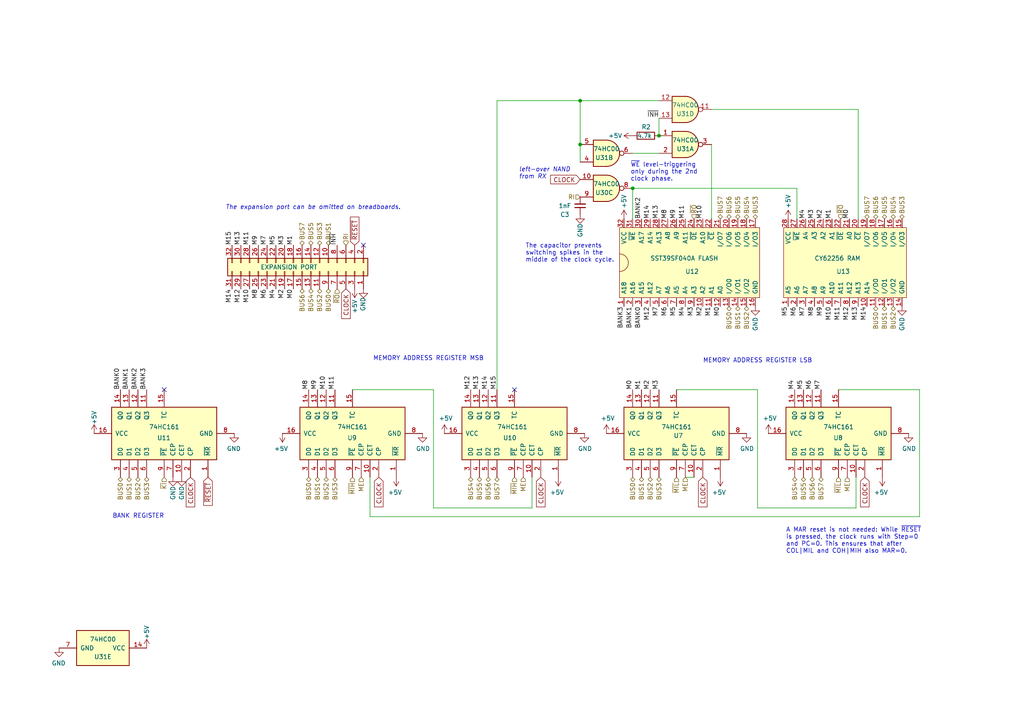
<source format=kicad_sch>
(kicad_sch (version 20211123) (generator eeschema)

  (uuid ac9d14d1-e008-45ac-b599-c8304f1fedd2)

  (paper "A4")

  (title_block
    (title "RAM, ROM and MAR")
    (date "2022-07-08")
    (rev "1.6.1")
    (comment 2 "creativecommons.org/licenses/by-nc-sa/3.0/deed.en")
    (comment 3 "License: CC BY-NC-SA 3.0")
    (comment 4 "Author: Carsten Herting (slu4)")
  )

  (lib_symbols
    (symbol "74xx:74HC00" (pin_names (offset 1.016)) (in_bom yes) (on_board yes)
      (property "Reference" "U" (id 0) (at 0 1.27 0)
        (effects (font (size 1.27 1.27)))
      )
      (property "Value" "74HC00" (id 1) (at 0 -1.27 0)
        (effects (font (size 1.27 1.27)))
      )
      (property "Footprint" "" (id 2) (at 0 0 0)
        (effects (font (size 1.27 1.27)) hide)
      )
      (property "Datasheet" "http://www.ti.com/lit/gpn/sn74hc00" (id 3) (at 0 0 0)
        (effects (font (size 1.27 1.27)) hide)
      )
      (property "ki_locked" "" (id 4) (at 0 0 0)
        (effects (font (size 1.27 1.27)))
      )
      (property "ki_keywords" "HCMOS nand 2-input" (id 5) (at 0 0 0)
        (effects (font (size 1.27 1.27)) hide)
      )
      (property "ki_description" "quad 2-input NAND gate" (id 6) (at 0 0 0)
        (effects (font (size 1.27 1.27)) hide)
      )
      (property "ki_fp_filters" "DIP*W7.62mm* SO14*" (id 7) (at 0 0 0)
        (effects (font (size 1.27 1.27)) hide)
      )
      (symbol "74HC00_1_1"
        (arc (start 0 -3.81) (mid 3.81 0) (end 0 3.81)
          (stroke (width 0.254) (type default) (color 0 0 0 0))
          (fill (type background))
        )
        (polyline
          (pts
            (xy 0 3.81)
            (xy -3.81 3.81)
            (xy -3.81 -3.81)
            (xy 0 -3.81)
          )
          (stroke (width 0.254) (type default) (color 0 0 0 0))
          (fill (type background))
        )
        (pin input line (at -7.62 2.54 0) (length 3.81)
          (name "~" (effects (font (size 1.27 1.27))))
          (number "1" (effects (font (size 1.27 1.27))))
        )
        (pin input line (at -7.62 -2.54 0) (length 3.81)
          (name "~" (effects (font (size 1.27 1.27))))
          (number "2" (effects (font (size 1.27 1.27))))
        )
        (pin output inverted (at 7.62 0 180) (length 3.81)
          (name "~" (effects (font (size 1.27 1.27))))
          (number "3" (effects (font (size 1.27 1.27))))
        )
      )
      (symbol "74HC00_1_2"
        (arc (start -3.81 -3.81) (mid -2.589 0) (end -3.81 3.81)
          (stroke (width 0.254) (type default) (color 0 0 0 0))
          (fill (type none))
        )
        (arc (start -0.6096 -3.81) (mid 2.1842 -2.5851) (end 3.81 0)
          (stroke (width 0.254) (type default) (color 0 0 0 0))
          (fill (type background))
        )
        (polyline
          (pts
            (xy -3.81 -3.81)
            (xy -0.635 -3.81)
          )
          (stroke (width 0.254) (type default) (color 0 0 0 0))
          (fill (type background))
        )
        (polyline
          (pts
            (xy -3.81 3.81)
            (xy -0.635 3.81)
          )
          (stroke (width 0.254) (type default) (color 0 0 0 0))
          (fill (type background))
        )
        (polyline
          (pts
            (xy -0.635 3.81)
            (xy -3.81 3.81)
            (xy -3.81 3.81)
            (xy -3.556 3.4036)
            (xy -3.0226 2.2606)
            (xy -2.6924 1.0414)
            (xy -2.6162 -0.254)
            (xy -2.7686 -1.4986)
            (xy -3.175 -2.7178)
            (xy -3.81 -3.81)
            (xy -3.81 -3.81)
            (xy -0.635 -3.81)
          )
          (stroke (width -25.4) (type default) (color 0 0 0 0))
          (fill (type background))
        )
        (arc (start 3.81 0) (mid 2.1915 2.5936) (end -0.6096 3.81)
          (stroke (width 0.254) (type default) (color 0 0 0 0))
          (fill (type background))
        )
        (pin input inverted (at -7.62 2.54 0) (length 4.318)
          (name "~" (effects (font (size 1.27 1.27))))
          (number "1" (effects (font (size 1.27 1.27))))
        )
        (pin input inverted (at -7.62 -2.54 0) (length 4.318)
          (name "~" (effects (font (size 1.27 1.27))))
          (number "2" (effects (font (size 1.27 1.27))))
        )
        (pin output line (at 7.62 0 180) (length 3.81)
          (name "~" (effects (font (size 1.27 1.27))))
          (number "3" (effects (font (size 1.27 1.27))))
        )
      )
      (symbol "74HC00_2_1"
        (arc (start 0 -3.81) (mid 3.81 0) (end 0 3.81)
          (stroke (width 0.254) (type default) (color 0 0 0 0))
          (fill (type background))
        )
        (polyline
          (pts
            (xy 0 3.81)
            (xy -3.81 3.81)
            (xy -3.81 -3.81)
            (xy 0 -3.81)
          )
          (stroke (width 0.254) (type default) (color 0 0 0 0))
          (fill (type background))
        )
        (pin input line (at -7.62 2.54 0) (length 3.81)
          (name "~" (effects (font (size 1.27 1.27))))
          (number "4" (effects (font (size 1.27 1.27))))
        )
        (pin input line (at -7.62 -2.54 0) (length 3.81)
          (name "~" (effects (font (size 1.27 1.27))))
          (number "5" (effects (font (size 1.27 1.27))))
        )
        (pin output inverted (at 7.62 0 180) (length 3.81)
          (name "~" (effects (font (size 1.27 1.27))))
          (number "6" (effects (font (size 1.27 1.27))))
        )
      )
      (symbol "74HC00_2_2"
        (arc (start -3.81 -3.81) (mid -2.589 0) (end -3.81 3.81)
          (stroke (width 0.254) (type default) (color 0 0 0 0))
          (fill (type none))
        )
        (arc (start -0.6096 -3.81) (mid 2.1842 -2.5851) (end 3.81 0)
          (stroke (width 0.254) (type default) (color 0 0 0 0))
          (fill (type background))
        )
        (polyline
          (pts
            (xy -3.81 -3.81)
            (xy -0.635 -3.81)
          )
          (stroke (width 0.254) (type default) (color 0 0 0 0))
          (fill (type background))
        )
        (polyline
          (pts
            (xy -3.81 3.81)
            (xy -0.635 3.81)
          )
          (stroke (width 0.254) (type default) (color 0 0 0 0))
          (fill (type background))
        )
        (polyline
          (pts
            (xy -0.635 3.81)
            (xy -3.81 3.81)
            (xy -3.81 3.81)
            (xy -3.556 3.4036)
            (xy -3.0226 2.2606)
            (xy -2.6924 1.0414)
            (xy -2.6162 -0.254)
            (xy -2.7686 -1.4986)
            (xy -3.175 -2.7178)
            (xy -3.81 -3.81)
            (xy -3.81 -3.81)
            (xy -0.635 -3.81)
          )
          (stroke (width -25.4) (type default) (color 0 0 0 0))
          (fill (type background))
        )
        (arc (start 3.81 0) (mid 2.1915 2.5936) (end -0.6096 3.81)
          (stroke (width 0.254) (type default) (color 0 0 0 0))
          (fill (type background))
        )
        (pin input inverted (at -7.62 2.54 0) (length 4.318)
          (name "~" (effects (font (size 1.27 1.27))))
          (number "4" (effects (font (size 1.27 1.27))))
        )
        (pin input inverted (at -7.62 -2.54 0) (length 4.318)
          (name "~" (effects (font (size 1.27 1.27))))
          (number "5" (effects (font (size 1.27 1.27))))
        )
        (pin output line (at 7.62 0 180) (length 3.81)
          (name "~" (effects (font (size 1.27 1.27))))
          (number "6" (effects (font (size 1.27 1.27))))
        )
      )
      (symbol "74HC00_3_1"
        (arc (start 0 -3.81) (mid 3.81 0) (end 0 3.81)
          (stroke (width 0.254) (type default) (color 0 0 0 0))
          (fill (type background))
        )
        (polyline
          (pts
            (xy 0 3.81)
            (xy -3.81 3.81)
            (xy -3.81 -3.81)
            (xy 0 -3.81)
          )
          (stroke (width 0.254) (type default) (color 0 0 0 0))
          (fill (type background))
        )
        (pin input line (at -7.62 -2.54 0) (length 3.81)
          (name "~" (effects (font (size 1.27 1.27))))
          (number "10" (effects (font (size 1.27 1.27))))
        )
        (pin output inverted (at 7.62 0 180) (length 3.81)
          (name "~" (effects (font (size 1.27 1.27))))
          (number "8" (effects (font (size 1.27 1.27))))
        )
        (pin input line (at -7.62 2.54 0) (length 3.81)
          (name "~" (effects (font (size 1.27 1.27))))
          (number "9" (effects (font (size 1.27 1.27))))
        )
      )
      (symbol "74HC00_3_2"
        (arc (start -3.81 -3.81) (mid -2.589 0) (end -3.81 3.81)
          (stroke (width 0.254) (type default) (color 0 0 0 0))
          (fill (type none))
        )
        (arc (start -0.6096 -3.81) (mid 2.1842 -2.5851) (end 3.81 0)
          (stroke (width 0.254) (type default) (color 0 0 0 0))
          (fill (type background))
        )
        (polyline
          (pts
            (xy -3.81 -3.81)
            (xy -0.635 -3.81)
          )
          (stroke (width 0.254) (type default) (color 0 0 0 0))
          (fill (type background))
        )
        (polyline
          (pts
            (xy -3.81 3.81)
            (xy -0.635 3.81)
          )
          (stroke (width 0.254) (type default) (color 0 0 0 0))
          (fill (type background))
        )
        (polyline
          (pts
            (xy -0.635 3.81)
            (xy -3.81 3.81)
            (xy -3.81 3.81)
            (xy -3.556 3.4036)
            (xy -3.0226 2.2606)
            (xy -2.6924 1.0414)
            (xy -2.6162 -0.254)
            (xy -2.7686 -1.4986)
            (xy -3.175 -2.7178)
            (xy -3.81 -3.81)
            (xy -3.81 -3.81)
            (xy -0.635 -3.81)
          )
          (stroke (width -25.4) (type default) (color 0 0 0 0))
          (fill (type background))
        )
        (arc (start 3.81 0) (mid 2.1915 2.5936) (end -0.6096 3.81)
          (stroke (width 0.254) (type default) (color 0 0 0 0))
          (fill (type background))
        )
        (pin input inverted (at -7.62 -2.54 0) (length 4.318)
          (name "~" (effects (font (size 1.27 1.27))))
          (number "10" (effects (font (size 1.27 1.27))))
        )
        (pin output line (at 7.62 0 180) (length 3.81)
          (name "~" (effects (font (size 1.27 1.27))))
          (number "8" (effects (font (size 1.27 1.27))))
        )
        (pin input inverted (at -7.62 2.54 0) (length 4.318)
          (name "~" (effects (font (size 1.27 1.27))))
          (number "9" (effects (font (size 1.27 1.27))))
        )
      )
      (symbol "74HC00_4_1"
        (arc (start 0 -3.81) (mid 3.81 0) (end 0 3.81)
          (stroke (width 0.254) (type default) (color 0 0 0 0))
          (fill (type background))
        )
        (polyline
          (pts
            (xy 0 3.81)
            (xy -3.81 3.81)
            (xy -3.81 -3.81)
            (xy 0 -3.81)
          )
          (stroke (width 0.254) (type default) (color 0 0 0 0))
          (fill (type background))
        )
        (pin output inverted (at 7.62 0 180) (length 3.81)
          (name "~" (effects (font (size 1.27 1.27))))
          (number "11" (effects (font (size 1.27 1.27))))
        )
        (pin input line (at -7.62 2.54 0) (length 3.81)
          (name "~" (effects (font (size 1.27 1.27))))
          (number "12" (effects (font (size 1.27 1.27))))
        )
        (pin input line (at -7.62 -2.54 0) (length 3.81)
          (name "~" (effects (font (size 1.27 1.27))))
          (number "13" (effects (font (size 1.27 1.27))))
        )
      )
      (symbol "74HC00_4_2"
        (arc (start -3.81 -3.81) (mid -2.589 0) (end -3.81 3.81)
          (stroke (width 0.254) (type default) (color 0 0 0 0))
          (fill (type none))
        )
        (arc (start -0.6096 -3.81) (mid 2.1842 -2.5851) (end 3.81 0)
          (stroke (width 0.254) (type default) (color 0 0 0 0))
          (fill (type background))
        )
        (polyline
          (pts
            (xy -3.81 -3.81)
            (xy -0.635 -3.81)
          )
          (stroke (width 0.254) (type default) (color 0 0 0 0))
          (fill (type background))
        )
        (polyline
          (pts
            (xy -3.81 3.81)
            (xy -0.635 3.81)
          )
          (stroke (width 0.254) (type default) (color 0 0 0 0))
          (fill (type background))
        )
        (polyline
          (pts
            (xy -0.635 3.81)
            (xy -3.81 3.81)
            (xy -3.81 3.81)
            (xy -3.556 3.4036)
            (xy -3.0226 2.2606)
            (xy -2.6924 1.0414)
            (xy -2.6162 -0.254)
            (xy -2.7686 -1.4986)
            (xy -3.175 -2.7178)
            (xy -3.81 -3.81)
            (xy -3.81 -3.81)
            (xy -0.635 -3.81)
          )
          (stroke (width -25.4) (type default) (color 0 0 0 0))
          (fill (type background))
        )
        (arc (start 3.81 0) (mid 2.1915 2.5936) (end -0.6096 3.81)
          (stroke (width 0.254) (type default) (color 0 0 0 0))
          (fill (type background))
        )
        (pin output line (at 7.62 0 180) (length 3.81)
          (name "~" (effects (font (size 1.27 1.27))))
          (number "11" (effects (font (size 1.27 1.27))))
        )
        (pin input inverted (at -7.62 2.54 0) (length 4.318)
          (name "~" (effects (font (size 1.27 1.27))))
          (number "12" (effects (font (size 1.27 1.27))))
        )
        (pin input inverted (at -7.62 -2.54 0) (length 4.318)
          (name "~" (effects (font (size 1.27 1.27))))
          (number "13" (effects (font (size 1.27 1.27))))
        )
      )
      (symbol "74HC00_5_0"
        (pin power_in line (at 0 12.7 270) (length 5.08)
          (name "VCC" (effects (font (size 1.27 1.27))))
          (number "14" (effects (font (size 1.27 1.27))))
        )
        (pin power_in line (at 0 -12.7 90) (length 5.08)
          (name "GND" (effects (font (size 1.27 1.27))))
          (number "7" (effects (font (size 1.27 1.27))))
        )
      )
      (symbol "74HC00_5_1"
        (rectangle (start -5.08 7.62) (end 5.08 -7.62)
          (stroke (width 0.254) (type default) (color 0 0 0 0))
          (fill (type background))
        )
      )
    )
    (symbol "8-Bit CPU 32k:74HC161" (pin_names (offset 1.016)) (in_bom yes) (on_board yes)
      (property "Reference" "U" (id 0) (at -7.62 16.51 0)
        (effects (font (size 1.27 1.27)))
      )
      (property "Value" "74HC161" (id 1) (at -7.62 -16.51 0)
        (effects (font (size 1.27 1.27)))
      )
      (property "Footprint" "" (id 2) (at 0 0 0)
        (effects (font (size 1.27 1.27)) hide)
      )
      (property "Datasheet" "http://www.ti.com/lit/gpn/sn74LS161" (id 3) (at 0 0 0)
        (effects (font (size 1.27 1.27)) hide)
      )
      (property "ki_locked" "" (id 4) (at 0 0 0)
        (effects (font (size 1.27 1.27)))
      )
      (property "ki_keywords" "TTL CNT CNT4" (id 5) (at 0 0 0)
        (effects (font (size 1.27 1.27)) hide)
      )
      (property "ki_description" "Synchronous 4-bit programmable binary Counter" (id 6) (at 0 0 0)
        (effects (font (size 1.27 1.27)) hide)
      )
      (property "ki_fp_filters" "DIP?16*" (id 7) (at 0 0 0)
        (effects (font (size 1.27 1.27)) hide)
      )
      (symbol "74HC161_1_0"
        (pin input line (at -12.7 -12.7 0) (length 5.08)
          (name "~{MR}" (effects (font (size 1.27 1.27))))
          (number "1" (effects (font (size 1.27 1.27))))
        )
        (pin input line (at -12.7 -5.08 0) (length 5.08)
          (name "CET" (effects (font (size 1.27 1.27))))
          (number "10" (effects (font (size 1.27 1.27))))
        )
        (pin output line (at 12.7 5.08 180) (length 5.08)
          (name "Q3" (effects (font (size 1.27 1.27))))
          (number "11" (effects (font (size 1.27 1.27))))
        )
        (pin output line (at 12.7 7.62 180) (length 5.08)
          (name "Q2" (effects (font (size 1.27 1.27))))
          (number "12" (effects (font (size 1.27 1.27))))
        )
        (pin output line (at 12.7 10.16 180) (length 5.08)
          (name "Q1" (effects (font (size 1.27 1.27))))
          (number "13" (effects (font (size 1.27 1.27))))
        )
        (pin output line (at 12.7 12.7 180) (length 5.08)
          (name "Q0" (effects (font (size 1.27 1.27))))
          (number "14" (effects (font (size 1.27 1.27))))
        )
        (pin output line (at 12.7 0 180) (length 5.08)
          (name "TC" (effects (font (size 1.27 1.27))))
          (number "15" (effects (font (size 1.27 1.27))))
        )
        (pin power_in line (at 0 20.32 270) (length 5.08)
          (name "VCC" (effects (font (size 1.27 1.27))))
          (number "16" (effects (font (size 1.27 1.27))))
        )
        (pin input line (at -12.7 -7.62 0) (length 5.08)
          (name "CP" (effects (font (size 1.27 1.27))))
          (number "2" (effects (font (size 1.27 1.27))))
        )
        (pin input line (at -12.7 12.7 0) (length 5.08)
          (name "D0" (effects (font (size 1.27 1.27))))
          (number "3" (effects (font (size 1.27 1.27))))
        )
        (pin input line (at -12.7 10.16 0) (length 5.08)
          (name "D1" (effects (font (size 1.27 1.27))))
          (number "4" (effects (font (size 1.27 1.27))))
        )
        (pin input line (at -12.7 7.62 0) (length 5.08)
          (name "D2" (effects (font (size 1.27 1.27))))
          (number "5" (effects (font (size 1.27 1.27))))
        )
        (pin input line (at -12.7 5.08 0) (length 5.08)
          (name "D3" (effects (font (size 1.27 1.27))))
          (number "6" (effects (font (size 1.27 1.27))))
        )
        (pin input line (at -12.7 -2.54 0) (length 5.08)
          (name "CEP" (effects (font (size 1.27 1.27))))
          (number "7" (effects (font (size 1.27 1.27))))
        )
        (pin power_in line (at 0 -20.32 90) (length 5.08)
          (name "GND" (effects (font (size 1.27 1.27))))
          (number "8" (effects (font (size 1.27 1.27))))
        )
        (pin input line (at -12.7 0 0) (length 5.08)
          (name "~{PE}" (effects (font (size 1.27 1.27))))
          (number "9" (effects (font (size 1.27 1.27))))
        )
      )
      (symbol "74HC161_1_1"
        (rectangle (start -7.62 15.24) (end 7.62 -15.24)
          (stroke (width 0.254) (type default) (color 0 0 0 0))
          (fill (type background))
        )
      )
    )
    (symbol "8-Bit CPU 32k:CY62256" (pin_names (offset 1.016)) (in_bom yes) (on_board yes)
      (property "Reference" "U" (id 0) (at -8.89 20.32 0)
        (effects (font (size 1.27 1.27)))
      )
      (property "Value" "CY62256" (id 1) (at 5.08 -17.78 0)
        (effects (font (size 1.27 1.27)))
      )
      (property "Footprint" "" (id 2) (at 0 0 0)
        (effects (font (size 1.27 1.27)) hide)
      )
      (property "Datasheet" "" (id 3) (at 0 0 0)
        (effects (font (size 1.27 1.27)) hide)
      )
      (symbol "CY62256_0_1"
        (rectangle (start -10.16 19.05) (end 10.16 -16.51)
          (stroke (width 0) (type default) (color 0 0 0 0))
          (fill (type background))
        )
      )
      (symbol "CY62256_1_1"
        (pin input line (at -12.7 17.78 0) (length 2.54)
          (name "A5" (effects (font (size 1.27 1.27))))
          (number "1" (effects (font (size 1.27 1.27))))
        )
        (pin input line (at -12.7 -5.08 0) (length 2.54)
          (name "A14" (effects (font (size 1.27 1.27))))
          (number "10" (effects (font (size 1.27 1.27))))
        )
        (pin bidirectional line (at -12.7 -7.62 0) (length 2.54)
          (name "I/O0" (effects (font (size 1.27 1.27))))
          (number "11" (effects (font (size 1.27 1.27))))
        )
        (pin bidirectional line (at -12.7 -10.16 0) (length 2.54)
          (name "I/O1" (effects (font (size 1.27 1.27))))
          (number "12" (effects (font (size 1.27 1.27))))
        )
        (pin bidirectional line (at -12.7 -12.7 0) (length 2.54)
          (name "I/O2" (effects (font (size 1.27 1.27))))
          (number "13" (effects (font (size 1.27 1.27))))
        )
        (pin power_in line (at -12.7 -15.24 0) (length 2.54)
          (name "GND" (effects (font (size 1.27 1.27))))
          (number "14" (effects (font (size 1.27 1.27))))
        )
        (pin bidirectional line (at 12.7 -15.24 180) (length 2.54)
          (name "I/O3" (effects (font (size 1.27 1.27))))
          (number "15" (effects (font (size 1.27 1.27))))
        )
        (pin bidirectional line (at 12.7 -12.7 180) (length 2.54)
          (name "I/O4" (effects (font (size 1.27 1.27))))
          (number "16" (effects (font (size 1.27 1.27))))
        )
        (pin bidirectional line (at 12.7 -10.16 180) (length 2.54)
          (name "I/O5" (effects (font (size 1.27 1.27))))
          (number "17" (effects (font (size 1.27 1.27))))
        )
        (pin bidirectional line (at 12.7 -7.62 180) (length 2.54)
          (name "I/O6" (effects (font (size 1.27 1.27))))
          (number "18" (effects (font (size 1.27 1.27))))
        )
        (pin bidirectional line (at 12.7 -5.08 180) (length 2.54)
          (name "I/O7" (effects (font (size 1.27 1.27))))
          (number "19" (effects (font (size 1.27 1.27))))
        )
        (pin input line (at -12.7 15.24 0) (length 2.54)
          (name "A6" (effects (font (size 1.27 1.27))))
          (number "2" (effects (font (size 1.27 1.27))))
        )
        (pin input line (at 12.7 -2.54 180) (length 2.54)
          (name "~{CE}" (effects (font (size 1.27 1.27))))
          (number "20" (effects (font (size 1.27 1.27))))
        )
        (pin input line (at 12.7 0 180) (length 2.54)
          (name "A0" (effects (font (size 1.27 1.27))))
          (number "21" (effects (font (size 1.27 1.27))))
        )
        (pin input line (at 12.7 2.54 180) (length 2.54)
          (name "~{OE}" (effects (font (size 1.27 1.27))))
          (number "22" (effects (font (size 1.27 1.27))))
        )
        (pin input line (at 12.7 5.08 180) (length 2.54)
          (name "A1" (effects (font (size 1.27 1.27))))
          (number "23" (effects (font (size 1.27 1.27))))
        )
        (pin input line (at 12.7 7.62 180) (length 2.54)
          (name "A2" (effects (font (size 1.27 1.27))))
          (number "24" (effects (font (size 1.27 1.27))))
        )
        (pin input line (at 12.7 10.16 180) (length 2.54)
          (name "A3" (effects (font (size 1.27 1.27))))
          (number "25" (effects (font (size 1.27 1.27))))
        )
        (pin input line (at 12.7 12.7 180) (length 2.54)
          (name "A4" (effects (font (size 1.27 1.27))))
          (number "26" (effects (font (size 1.27 1.27))))
        )
        (pin input line (at 12.7 15.24 180) (length 2.54)
          (name "~{WE}" (effects (font (size 1.27 1.27))))
          (number "27" (effects (font (size 1.27 1.27))))
        )
        (pin power_in line (at 12.7 17.78 180) (length 2.54)
          (name "VCC" (effects (font (size 1.27 1.27))))
          (number "28" (effects (font (size 1.27 1.27))))
        )
        (pin input line (at -12.7 12.7 0) (length 2.54)
          (name "A7" (effects (font (size 1.27 1.27))))
          (number "3" (effects (font (size 1.27 1.27))))
        )
        (pin input line (at -12.7 10.16 0) (length 2.54)
          (name "A8" (effects (font (size 1.27 1.27))))
          (number "4" (effects (font (size 1.27 1.27))))
        )
        (pin input line (at -12.7 7.62 0) (length 2.54)
          (name "A9" (effects (font (size 1.27 1.27))))
          (number "5" (effects (font (size 1.27 1.27))))
        )
        (pin input line (at -12.7 5.08 0) (length 2.54)
          (name "A10" (effects (font (size 1.27 1.27))))
          (number "6" (effects (font (size 1.27 1.27))))
        )
        (pin input line (at -12.7 2.54 0) (length 2.54)
          (name "A11" (effects (font (size 1.27 1.27))))
          (number "7" (effects (font (size 1.27 1.27))))
        )
        (pin input line (at -12.7 0 0) (length 2.54)
          (name "A12" (effects (font (size 1.27 1.27))))
          (number "8" (effects (font (size 1.27 1.27))))
        )
        (pin input line (at -12.7 -2.54 0) (length 2.54)
          (name "A13" (effects (font (size 1.27 1.27))))
          (number "9" (effects (font (size 1.27 1.27))))
        )
      )
    )
    (symbol "8-Bit CPU 32k:SST39SF040A" (pin_names (offset 1.016)) (in_bom yes) (on_board yes)
      (property "Reference" "U" (id 0) (at -1.27 2.54 90)
        (effects (font (size 1.27 1.27)))
      )
      (property "Value" "SST39SF040A" (id 1) (at 2.54 2.54 90)
        (effects (font (size 1.27 1.27)))
      )
      (property "Footprint" "" (id 2) (at 0 0 0)
        (effects (font (size 1.27 1.27)) hide)
      )
      (property "Datasheet" "" (id 3) (at 0 0 0)
        (effects (font (size 1.27 1.27)) hide)
      )
      (symbol "SST39SF040A_0_1"
        (rectangle (start -10.16 24.13) (end 10.16 -16.51)
          (stroke (width 0) (type default) (color 0 0 0 0))
          (fill (type background))
        )
        (arc (start -2.54 24.13) (mid 0 21.59) (end 2.54 24.13)
          (stroke (width 0) (type default) (color 0 0 0 0))
          (fill (type none))
        )
      )
      (symbol "SST39SF040A_1_1"
        (pin input line (at -12.7 22.86 0) (length 2.54)
          (name "A18" (effects (font (size 1.27 1.27))))
          (number "1" (effects (font (size 1.27 1.27))))
        )
        (pin input line (at -12.7 0 0) (length 2.54)
          (name "A2" (effects (font (size 1.27 1.27))))
          (number "10" (effects (font (size 1.27 1.27))))
        )
        (pin input line (at -12.7 -2.54 0) (length 2.54)
          (name "A1" (effects (font (size 1.27 1.27))))
          (number "11" (effects (font (size 1.27 1.27))))
        )
        (pin input line (at -12.7 -5.08 0) (length 2.54)
          (name "A0" (effects (font (size 1.27 1.27))))
          (number "12" (effects (font (size 1.27 1.27))))
        )
        (pin bidirectional line (at -12.7 -7.62 0) (length 2.54)
          (name "I/O0" (effects (font (size 1.27 1.27))))
          (number "13" (effects (font (size 1.27 1.27))))
        )
        (pin bidirectional line (at -12.7 -10.16 0) (length 2.54)
          (name "I/O1" (effects (font (size 1.27 1.27))))
          (number "14" (effects (font (size 1.27 1.27))))
        )
        (pin bidirectional line (at -12.7 -12.7 0) (length 2.54)
          (name "I/O2" (effects (font (size 1.27 1.27))))
          (number "15" (effects (font (size 1.27 1.27))))
        )
        (pin power_in line (at -12.7 -15.24 0) (length 2.54)
          (name "GND" (effects (font (size 1.27 1.27))))
          (number "16" (effects (font (size 1.27 1.27))))
        )
        (pin bidirectional line (at 12.7 -15.24 180) (length 2.54)
          (name "I/O3" (effects (font (size 1.27 1.27))))
          (number "17" (effects (font (size 1.27 1.27))))
        )
        (pin bidirectional line (at 12.7 -12.7 180) (length 2.54)
          (name "I/O4" (effects (font (size 1.27 1.27))))
          (number "18" (effects (font (size 1.27 1.27))))
        )
        (pin bidirectional line (at 12.7 -10.16 180) (length 2.54)
          (name "I/O5" (effects (font (size 1.27 1.27))))
          (number "19" (effects (font (size 1.27 1.27))))
        )
        (pin input line (at -12.7 20.32 0) (length 2.54)
          (name "A16" (effects (font (size 1.27 1.27))))
          (number "2" (effects (font (size 1.27 1.27))))
        )
        (pin bidirectional line (at 12.7 -7.62 180) (length 2.54)
          (name "I/O6" (effects (font (size 1.27 1.27))))
          (number "20" (effects (font (size 1.27 1.27))))
        )
        (pin bidirectional line (at 12.7 -5.08 180) (length 2.54)
          (name "I/O7" (effects (font (size 1.27 1.27))))
          (number "21" (effects (font (size 1.27 1.27))))
        )
        (pin input line (at 12.7 -2.54 180) (length 2.54)
          (name "~{CE}" (effects (font (size 1.27 1.27))))
          (number "22" (effects (font (size 1.27 1.27))))
        )
        (pin input line (at 12.7 0 180) (length 2.54)
          (name "A10" (effects (font (size 1.27 1.27))))
          (number "23" (effects (font (size 1.27 1.27))))
        )
        (pin input line (at 12.7 2.54 180) (length 2.54)
          (name "~{OE}" (effects (font (size 1.27 1.27))))
          (number "24" (effects (font (size 1.27 1.27))))
        )
        (pin input line (at 12.7 5.08 180) (length 2.54)
          (name "A11" (effects (font (size 1.27 1.27))))
          (number "25" (effects (font (size 1.27 1.27))))
        )
        (pin input line (at 12.7 7.62 180) (length 2.54)
          (name "A9" (effects (font (size 1.27 1.27))))
          (number "26" (effects (font (size 1.27 1.27))))
        )
        (pin input line (at 12.7 10.16 180) (length 2.54)
          (name "A8" (effects (font (size 1.27 1.27))))
          (number "27" (effects (font (size 1.27 1.27))))
        )
        (pin input line (at 12.7 12.7 180) (length 2.54)
          (name "A13" (effects (font (size 1.27 1.27))))
          (number "28" (effects (font (size 1.27 1.27))))
        )
        (pin input line (at 12.7 15.24 180) (length 2.54)
          (name "A14" (effects (font (size 1.27 1.27))))
          (number "29" (effects (font (size 1.27 1.27))))
        )
        (pin input line (at -12.7 17.78 0) (length 2.54)
          (name "A15" (effects (font (size 1.27 1.27))))
          (number "3" (effects (font (size 1.27 1.27))))
        )
        (pin input line (at 12.7 17.78 180) (length 2.54)
          (name "A17" (effects (font (size 1.27 1.27))))
          (number "30" (effects (font (size 1.27 1.27))))
        )
        (pin input line (at 12.7 20.32 180) (length 2.54)
          (name "~{WE}" (effects (font (size 1.27 1.27))))
          (number "31" (effects (font (size 1.27 1.27))))
        )
        (pin power_in line (at 12.7 22.86 180) (length 2.54)
          (name "VCC" (effects (font (size 1.27 1.27))))
          (number "32" (effects (font (size 1.27 1.27))))
        )
        (pin input line (at -12.7 15.24 0) (length 2.54)
          (name "A12" (effects (font (size 1.27 1.27))))
          (number "4" (effects (font (size 1.27 1.27))))
        )
        (pin input line (at -12.7 12.7 0) (length 2.54)
          (name "A7" (effects (font (size 1.27 1.27))))
          (number "5" (effects (font (size 1.27 1.27))))
        )
        (pin input line (at -12.7 10.16 0) (length 2.54)
          (name "A6" (effects (font (size 1.27 1.27))))
          (number "6" (effects (font (size 1.27 1.27))))
        )
        (pin input line (at -12.7 7.62 0) (length 2.54)
          (name "A5" (effects (font (size 1.27 1.27))))
          (number "7" (effects (font (size 1.27 1.27))))
        )
        (pin input line (at -12.7 5.08 0) (length 2.54)
          (name "A4" (effects (font (size 1.27 1.27))))
          (number "8" (effects (font (size 1.27 1.27))))
        )
        (pin input line (at -12.7 2.54 0) (length 2.54)
          (name "A3" (effects (font (size 1.27 1.27))))
          (number "9" (effects (font (size 1.27 1.27))))
        )
      )
    )
    (symbol "Connector_Generic:Conn_02x16_Odd_Even" (pin_names (offset 1.016) hide) (in_bom yes) (on_board yes)
      (property "Reference" "J" (id 0) (at 1.27 20.32 0)
        (effects (font (size 1.27 1.27)))
      )
      (property "Value" "Conn_02x16_Odd_Even" (id 1) (at 1.27 -22.86 0)
        (effects (font (size 1.27 1.27)))
      )
      (property "Footprint" "" (id 2) (at 0 0 0)
        (effects (font (size 1.27 1.27)) hide)
      )
      (property "Datasheet" "~" (id 3) (at 0 0 0)
        (effects (font (size 1.27 1.27)) hide)
      )
      (property "ki_keywords" "connector" (id 4) (at 0 0 0)
        (effects (font (size 1.27 1.27)) hide)
      )
      (property "ki_description" "Generic connector, double row, 02x16, odd/even pin numbering scheme (row 1 odd numbers, row 2 even numbers), script generated (kicad-library-utils/schlib/autogen/connector/)" (id 5) (at 0 0 0)
        (effects (font (size 1.27 1.27)) hide)
      )
      (property "ki_fp_filters" "Connector*:*_2x??_*" (id 6) (at 0 0 0)
        (effects (font (size 1.27 1.27)) hide)
      )
      (symbol "Conn_02x16_Odd_Even_1_1"
        (rectangle (start -1.27 -20.193) (end 0 -20.447)
          (stroke (width 0.1524) (type default) (color 0 0 0 0))
          (fill (type none))
        )
        (rectangle (start -1.27 -17.653) (end 0 -17.907)
          (stroke (width 0.1524) (type default) (color 0 0 0 0))
          (fill (type none))
        )
        (rectangle (start -1.27 -15.113) (end 0 -15.367)
          (stroke (width 0.1524) (type default) (color 0 0 0 0))
          (fill (type none))
        )
        (rectangle (start -1.27 -12.573) (end 0 -12.827)
          (stroke (width 0.1524) (type default) (color 0 0 0 0))
          (fill (type none))
        )
        (rectangle (start -1.27 -10.033) (end 0 -10.287)
          (stroke (width 0.1524) (type default) (color 0 0 0 0))
          (fill (type none))
        )
        (rectangle (start -1.27 -7.493) (end 0 -7.747)
          (stroke (width 0.1524) (type default) (color 0 0 0 0))
          (fill (type none))
        )
        (rectangle (start -1.27 -4.953) (end 0 -5.207)
          (stroke (width 0.1524) (type default) (color 0 0 0 0))
          (fill (type none))
        )
        (rectangle (start -1.27 -2.413) (end 0 -2.667)
          (stroke (width 0.1524) (type default) (color 0 0 0 0))
          (fill (type none))
        )
        (rectangle (start -1.27 0.127) (end 0 -0.127)
          (stroke (width 0.1524) (type default) (color 0 0 0 0))
          (fill (type none))
        )
        (rectangle (start -1.27 2.667) (end 0 2.413)
          (stroke (width 0.1524) (type default) (color 0 0 0 0))
          (fill (type none))
        )
        (rectangle (start -1.27 5.207) (end 0 4.953)
          (stroke (width 0.1524) (type default) (color 0 0 0 0))
          (fill (type none))
        )
        (rectangle (start -1.27 7.747) (end 0 7.493)
          (stroke (width 0.1524) (type default) (color 0 0 0 0))
          (fill (type none))
        )
        (rectangle (start -1.27 10.287) (end 0 10.033)
          (stroke (width 0.1524) (type default) (color 0 0 0 0))
          (fill (type none))
        )
        (rectangle (start -1.27 12.827) (end 0 12.573)
          (stroke (width 0.1524) (type default) (color 0 0 0 0))
          (fill (type none))
        )
        (rectangle (start -1.27 15.367) (end 0 15.113)
          (stroke (width 0.1524) (type default) (color 0 0 0 0))
          (fill (type none))
        )
        (rectangle (start -1.27 17.907) (end 0 17.653)
          (stroke (width 0.1524) (type default) (color 0 0 0 0))
          (fill (type none))
        )
        (rectangle (start -1.27 19.05) (end 3.81 -21.59)
          (stroke (width 0.254) (type default) (color 0 0 0 0))
          (fill (type background))
        )
        (rectangle (start 3.81 -20.193) (end 2.54 -20.447)
          (stroke (width 0.1524) (type default) (color 0 0 0 0))
          (fill (type none))
        )
        (rectangle (start 3.81 -17.653) (end 2.54 -17.907)
          (stroke (width 0.1524) (type default) (color 0 0 0 0))
          (fill (type none))
        )
        (rectangle (start 3.81 -15.113) (end 2.54 -15.367)
          (stroke (width 0.1524) (type default) (color 0 0 0 0))
          (fill (type none))
        )
        (rectangle (start 3.81 -12.573) (end 2.54 -12.827)
          (stroke (width 0.1524) (type default) (color 0 0 0 0))
          (fill (type none))
        )
        (rectangle (start 3.81 -10.033) (end 2.54 -10.287)
          (stroke (width 0.1524) (type default) (color 0 0 0 0))
          (fill (type none))
        )
        (rectangle (start 3.81 -7.493) (end 2.54 -7.747)
          (stroke (width 0.1524) (type default) (color 0 0 0 0))
          (fill (type none))
        )
        (rectangle (start 3.81 -4.953) (end 2.54 -5.207)
          (stroke (width 0.1524) (type default) (color 0 0 0 0))
          (fill (type none))
        )
        (rectangle (start 3.81 -2.413) (end 2.54 -2.667)
          (stroke (width 0.1524) (type default) (color 0 0 0 0))
          (fill (type none))
        )
        (rectangle (start 3.81 0.127) (end 2.54 -0.127)
          (stroke (width 0.1524) (type default) (color 0 0 0 0))
          (fill (type none))
        )
        (rectangle (start 3.81 2.667) (end 2.54 2.413)
          (stroke (width 0.1524) (type default) (color 0 0 0 0))
          (fill (type none))
        )
        (rectangle (start 3.81 5.207) (end 2.54 4.953)
          (stroke (width 0.1524) (type default) (color 0 0 0 0))
          (fill (type none))
        )
        (rectangle (start 3.81 7.747) (end 2.54 7.493)
          (stroke (width 0.1524) (type default) (color 0 0 0 0))
          (fill (type none))
        )
        (rectangle (start 3.81 10.287) (end 2.54 10.033)
          (stroke (width 0.1524) (type default) (color 0 0 0 0))
          (fill (type none))
        )
        (rectangle (start 3.81 12.827) (end 2.54 12.573)
          (stroke (width 0.1524) (type default) (color 0 0 0 0))
          (fill (type none))
        )
        (rectangle (start 3.81 15.367) (end 2.54 15.113)
          (stroke (width 0.1524) (type default) (color 0 0 0 0))
          (fill (type none))
        )
        (rectangle (start 3.81 17.907) (end 2.54 17.653)
          (stroke (width 0.1524) (type default) (color 0 0 0 0))
          (fill (type none))
        )
        (pin passive line (at -5.08 17.78 0) (length 3.81)
          (name "Pin_1" (effects (font (size 1.27 1.27))))
          (number "1" (effects (font (size 1.27 1.27))))
        )
        (pin passive line (at 7.62 7.62 180) (length 3.81)
          (name "Pin_10" (effects (font (size 1.27 1.27))))
          (number "10" (effects (font (size 1.27 1.27))))
        )
        (pin passive line (at -5.08 5.08 0) (length 3.81)
          (name "Pin_11" (effects (font (size 1.27 1.27))))
          (number "11" (effects (font (size 1.27 1.27))))
        )
        (pin passive line (at 7.62 5.08 180) (length 3.81)
          (name "Pin_12" (effects (font (size 1.27 1.27))))
          (number "12" (effects (font (size 1.27 1.27))))
        )
        (pin passive line (at -5.08 2.54 0) (length 3.81)
          (name "Pin_13" (effects (font (size 1.27 1.27))))
          (number "13" (effects (font (size 1.27 1.27))))
        )
        (pin passive line (at 7.62 2.54 180) (length 3.81)
          (name "Pin_14" (effects (font (size 1.27 1.27))))
          (number "14" (effects (font (size 1.27 1.27))))
        )
        (pin passive line (at -5.08 0 0) (length 3.81)
          (name "Pin_15" (effects (font (size 1.27 1.27))))
          (number "15" (effects (font (size 1.27 1.27))))
        )
        (pin passive line (at 7.62 0 180) (length 3.81)
          (name "Pin_16" (effects (font (size 1.27 1.27))))
          (number "16" (effects (font (size 1.27 1.27))))
        )
        (pin passive line (at -5.08 -2.54 0) (length 3.81)
          (name "Pin_17" (effects (font (size 1.27 1.27))))
          (number "17" (effects (font (size 1.27 1.27))))
        )
        (pin passive line (at 7.62 -2.54 180) (length 3.81)
          (name "Pin_18" (effects (font (size 1.27 1.27))))
          (number "18" (effects (font (size 1.27 1.27))))
        )
        (pin passive line (at -5.08 -5.08 0) (length 3.81)
          (name "Pin_19" (effects (font (size 1.27 1.27))))
          (number "19" (effects (font (size 1.27 1.27))))
        )
        (pin passive line (at 7.62 17.78 180) (length 3.81)
          (name "Pin_2" (effects (font (size 1.27 1.27))))
          (number "2" (effects (font (size 1.27 1.27))))
        )
        (pin passive line (at 7.62 -5.08 180) (length 3.81)
          (name "Pin_20" (effects (font (size 1.27 1.27))))
          (number "20" (effects (font (size 1.27 1.27))))
        )
        (pin passive line (at -5.08 -7.62 0) (length 3.81)
          (name "Pin_21" (effects (font (size 1.27 1.27))))
          (number "21" (effects (font (size 1.27 1.27))))
        )
        (pin passive line (at 7.62 -7.62 180) (length 3.81)
          (name "Pin_22" (effects (font (size 1.27 1.27))))
          (number "22" (effects (font (size 1.27 1.27))))
        )
        (pin passive line (at -5.08 -10.16 0) (length 3.81)
          (name "Pin_23" (effects (font (size 1.27 1.27))))
          (number "23" (effects (font (size 1.27 1.27))))
        )
        (pin passive line (at 7.62 -10.16 180) (length 3.81)
          (name "Pin_24" (effects (font (size 1.27 1.27))))
          (number "24" (effects (font (size 1.27 1.27))))
        )
        (pin passive line (at -5.08 -12.7 0) (length 3.81)
          (name "Pin_25" (effects (font (size 1.27 1.27))))
          (number "25" (effects (font (size 1.27 1.27))))
        )
        (pin passive line (at 7.62 -12.7 180) (length 3.81)
          (name "Pin_26" (effects (font (size 1.27 1.27))))
          (number "26" (effects (font (size 1.27 1.27))))
        )
        (pin passive line (at -5.08 -15.24 0) (length 3.81)
          (name "Pin_27" (effects (font (size 1.27 1.27))))
          (number "27" (effects (font (size 1.27 1.27))))
        )
        (pin passive line (at 7.62 -15.24 180) (length 3.81)
          (name "Pin_28" (effects (font (size 1.27 1.27))))
          (number "28" (effects (font (size 1.27 1.27))))
        )
        (pin passive line (at -5.08 -17.78 0) (length 3.81)
          (name "Pin_29" (effects (font (size 1.27 1.27))))
          (number "29" (effects (font (size 1.27 1.27))))
        )
        (pin passive line (at -5.08 15.24 0) (length 3.81)
          (name "Pin_3" (effects (font (size 1.27 1.27))))
          (number "3" (effects (font (size 1.27 1.27))))
        )
        (pin passive line (at 7.62 -17.78 180) (length 3.81)
          (name "Pin_30" (effects (font (size 1.27 1.27))))
          (number "30" (effects (font (size 1.27 1.27))))
        )
        (pin passive line (at -5.08 -20.32 0) (length 3.81)
          (name "Pin_31" (effects (font (size 1.27 1.27))))
          (number "31" (effects (font (size 1.27 1.27))))
        )
        (pin passive line (at 7.62 -20.32 180) (length 3.81)
          (name "Pin_32" (effects (font (size 1.27 1.27))))
          (number "32" (effects (font (size 1.27 1.27))))
        )
        (pin passive line (at 7.62 15.24 180) (length 3.81)
          (name "Pin_4" (effects (font (size 1.27 1.27))))
          (number "4" (effects (font (size 1.27 1.27))))
        )
        (pin passive line (at -5.08 12.7 0) (length 3.81)
          (name "Pin_5" (effects (font (size 1.27 1.27))))
          (number "5" (effects (font (size 1.27 1.27))))
        )
        (pin passive line (at 7.62 12.7 180) (length 3.81)
          (name "Pin_6" (effects (font (size 1.27 1.27))))
          (number "6" (effects (font (size 1.27 1.27))))
        )
        (pin passive line (at -5.08 10.16 0) (length 3.81)
          (name "Pin_7" (effects (font (size 1.27 1.27))))
          (number "7" (effects (font (size 1.27 1.27))))
        )
        (pin passive line (at 7.62 10.16 180) (length 3.81)
          (name "Pin_8" (effects (font (size 1.27 1.27))))
          (number "8" (effects (font (size 1.27 1.27))))
        )
        (pin passive line (at -5.08 7.62 0) (length 3.81)
          (name "Pin_9" (effects (font (size 1.27 1.27))))
          (number "9" (effects (font (size 1.27 1.27))))
        )
      )
    )
    (symbol "Device:C_Small" (pin_numbers hide) (pin_names (offset 0.254) hide) (in_bom yes) (on_board yes)
      (property "Reference" "C" (id 0) (at 0.254 1.778 0)
        (effects (font (size 1.27 1.27)) (justify left))
      )
      (property "Value" "C_Small" (id 1) (at 0.254 -2.032 0)
        (effects (font (size 1.27 1.27)) (justify left))
      )
      (property "Footprint" "" (id 2) (at 0 0 0)
        (effects (font (size 1.27 1.27)) hide)
      )
      (property "Datasheet" "~" (id 3) (at 0 0 0)
        (effects (font (size 1.27 1.27)) hide)
      )
      (property "ki_keywords" "capacitor cap" (id 4) (at 0 0 0)
        (effects (font (size 1.27 1.27)) hide)
      )
      (property "ki_description" "Unpolarized capacitor, small symbol" (id 5) (at 0 0 0)
        (effects (font (size 1.27 1.27)) hide)
      )
      (property "ki_fp_filters" "C_*" (id 6) (at 0 0 0)
        (effects (font (size 1.27 1.27)) hide)
      )
      (symbol "C_Small_0_1"
        (polyline
          (pts
            (xy -1.524 -0.508)
            (xy 1.524 -0.508)
          )
          (stroke (width 0.3302) (type default) (color 0 0 0 0))
          (fill (type none))
        )
        (polyline
          (pts
            (xy -1.524 0.508)
            (xy 1.524 0.508)
          )
          (stroke (width 0.3048) (type default) (color 0 0 0 0))
          (fill (type none))
        )
      )
      (symbol "C_Small_1_1"
        (pin passive line (at 0 2.54 270) (length 2.032)
          (name "~" (effects (font (size 1.27 1.27))))
          (number "1" (effects (font (size 1.27 1.27))))
        )
        (pin passive line (at 0 -2.54 90) (length 2.032)
          (name "~" (effects (font (size 1.27 1.27))))
          (number "2" (effects (font (size 1.27 1.27))))
        )
      )
    )
    (symbol "Device:R" (pin_numbers hide) (pin_names (offset 0)) (in_bom yes) (on_board yes)
      (property "Reference" "R" (id 0) (at 2.032 0 90)
        (effects (font (size 1.27 1.27)))
      )
      (property "Value" "R" (id 1) (at 0 0 90)
        (effects (font (size 1.27 1.27)))
      )
      (property "Footprint" "" (id 2) (at -1.778 0 90)
        (effects (font (size 1.27 1.27)) hide)
      )
      (property "Datasheet" "~" (id 3) (at 0 0 0)
        (effects (font (size 1.27 1.27)) hide)
      )
      (property "ki_keywords" "R res resistor" (id 4) (at 0 0 0)
        (effects (font (size 1.27 1.27)) hide)
      )
      (property "ki_description" "Resistor" (id 5) (at 0 0 0)
        (effects (font (size 1.27 1.27)) hide)
      )
      (property "ki_fp_filters" "R_*" (id 6) (at 0 0 0)
        (effects (font (size 1.27 1.27)) hide)
      )
      (symbol "R_0_1"
        (rectangle (start -1.016 -2.54) (end 1.016 2.54)
          (stroke (width 0.254) (type default) (color 0 0 0 0))
          (fill (type none))
        )
      )
      (symbol "R_1_1"
        (pin passive line (at 0 3.81 270) (length 1.27)
          (name "~" (effects (font (size 1.27 1.27))))
          (number "1" (effects (font (size 1.27 1.27))))
        )
        (pin passive line (at 0 -3.81 90) (length 1.27)
          (name "~" (effects (font (size 1.27 1.27))))
          (number "2" (effects (font (size 1.27 1.27))))
        )
      )
    )
    (symbol "power:+5V" (power) (pin_names (offset 0)) (in_bom yes) (on_board yes)
      (property "Reference" "#PWR" (id 0) (at 0 -3.81 0)
        (effects (font (size 1.27 1.27)) hide)
      )
      (property "Value" "+5V" (id 1) (at 0 3.556 0)
        (effects (font (size 1.27 1.27)))
      )
      (property "Footprint" "" (id 2) (at 0 0 0)
        (effects (font (size 1.27 1.27)) hide)
      )
      (property "Datasheet" "" (id 3) (at 0 0 0)
        (effects (font (size 1.27 1.27)) hide)
      )
      (property "ki_keywords" "power-flag" (id 4) (at 0 0 0)
        (effects (font (size 1.27 1.27)) hide)
      )
      (property "ki_description" "Power symbol creates a global label with name \"+5V\"" (id 5) (at 0 0 0)
        (effects (font (size 1.27 1.27)) hide)
      )
      (symbol "+5V_0_1"
        (polyline
          (pts
            (xy -0.762 1.27)
            (xy 0 2.54)
          )
          (stroke (width 0) (type default) (color 0 0 0 0))
          (fill (type none))
        )
        (polyline
          (pts
            (xy 0 0)
            (xy 0 2.54)
          )
          (stroke (width 0) (type default) (color 0 0 0 0))
          (fill (type none))
        )
        (polyline
          (pts
            (xy 0 2.54)
            (xy 0.762 1.27)
          )
          (stroke (width 0) (type default) (color 0 0 0 0))
          (fill (type none))
        )
      )
      (symbol "+5V_1_1"
        (pin power_in line (at 0 0 90) (length 0) hide
          (name "+5V" (effects (font (size 1.27 1.27))))
          (number "1" (effects (font (size 1.27 1.27))))
        )
      )
    )
    (symbol "power:GND" (power) (pin_names (offset 0)) (in_bom yes) (on_board yes)
      (property "Reference" "#PWR" (id 0) (at 0 -6.35 0)
        (effects (font (size 1.27 1.27)) hide)
      )
      (property "Value" "GND" (id 1) (at 0 -3.81 0)
        (effects (font (size 1.27 1.27)))
      )
      (property "Footprint" "" (id 2) (at 0 0 0)
        (effects (font (size 1.27 1.27)) hide)
      )
      (property "Datasheet" "" (id 3) (at 0 0 0)
        (effects (font (size 1.27 1.27)) hide)
      )
      (property "ki_keywords" "power-flag" (id 4) (at 0 0 0)
        (effects (font (size 1.27 1.27)) hide)
      )
      (property "ki_description" "Power symbol creates a global label with name \"GND\" , ground" (id 5) (at 0 0 0)
        (effects (font (size 1.27 1.27)) hide)
      )
      (symbol "GND_0_1"
        (polyline
          (pts
            (xy 0 0)
            (xy 0 -1.27)
            (xy 1.27 -1.27)
            (xy 0 -2.54)
            (xy -1.27 -1.27)
            (xy 0 -1.27)
          )
          (stroke (width 0) (type default) (color 0 0 0 0))
          (fill (type none))
        )
      )
      (symbol "GND_1_1"
        (pin power_in line (at 0 0 270) (length 0) hide
          (name "GND" (effects (font (size 1.27 1.27))))
          (number "1" (effects (font (size 1.27 1.27))))
        )
      )
    )
  )

  (junction (at 191.135 39.37) (diameter 0) (color 0 0 0 0)
    (uuid 50d2ae67-53cc-4238-bb4b-75594849ce40)
  )
  (junction (at 183.515 54.61) (diameter 0) (color 0 0 0 0)
    (uuid 5c5a8a68-32d5-465b-aab5-d16d93c76075)
  )
  (junction (at 168.275 41.91) (diameter 0) (color 0 0 0 0)
    (uuid 64b6445f-9b8d-4b77-8c3d-1ba5e212d2c0)
  )
  (junction (at 168.275 29.21) (diameter 0) (color 0 0 0 0)
    (uuid 804e29ad-d214-446a-9325-a364748cceec)
  )

  (no_connect (at 105.41 71.12) (uuid 433dfa06-f778-417a-a40d-594e0a553359))
  (no_connect (at 47.625 113.03) (uuid 7b11fa31-ce19-4438-b37d-e79a7fd2b183))
  (no_connect (at 149.225 113.03) (uuid f9cd62b5-b893-4a59-8cf5-b9b541841aba))

  (wire (pts (xy 144.145 29.21) (xy 144.145 113.03))
    (stroke (width 0) (type default) (color 0 0 0 0))
    (uuid 0df007b4-07be-4e87-9322-fdcf6ee824c0)
  )
  (wire (pts (xy 206.375 41.91) (xy 206.375 63.5))
    (stroke (width 0) (type default) (color 0 0 0 0))
    (uuid 1251986e-bda8-4a24-8642-5007ffc6a105)
  )
  (wire (pts (xy 196.215 113.03) (xy 219.71 113.03))
    (stroke (width 0) (type default) (color 0 0 0 0))
    (uuid 1345488f-a375-4857-8eb1-7513676973cc)
  )
  (wire (pts (xy 219.71 147.32) (xy 248.285 147.32))
    (stroke (width 0) (type default) (color 0 0 0 0))
    (uuid 220eacfd-7a85-47fd-884d-752746b9397b)
  )
  (wire (pts (xy 154.305 147.32) (xy 154.305 138.43))
    (stroke (width 0) (type default) (color 0 0 0 0))
    (uuid 263ab7c0-560c-41b9-837b-7256eca6458f)
  )
  (wire (pts (xy 201.295 138.43) (xy 198.755 138.43))
    (stroke (width 0) (type default) (color 0 0 0 0))
    (uuid 3ad7e958-1940-427b-a030-5447fc3b4daf)
  )
  (wire (pts (xy 168.275 46.99) (xy 168.275 41.91))
    (stroke (width 0) (type default) (color 0 0 0 0))
    (uuid 49553b99-c1f4-4388-b767-cddbf6fcb090)
  )
  (wire (pts (xy 107.315 149.86) (xy 266.7 149.86))
    (stroke (width 0) (type default) (color 0 0 0 0))
    (uuid 65cc8fec-de4a-418e-a2c0-4a229f4c9eba)
  )
  (wire (pts (xy 248.92 31.75) (xy 248.92 63.5))
    (stroke (width 0) (type default) (color 0 0 0 0))
    (uuid 6820582f-3085-4db6-8772-c8dd7098a7be)
  )
  (wire (pts (xy 107.315 138.43) (xy 107.315 149.86))
    (stroke (width 0) (type default) (color 0 0 0 0))
    (uuid 6ace277b-b3bf-4a52-9dc3-8bb756734594)
  )
  (wire (pts (xy 248.285 147.32) (xy 248.285 138.43))
    (stroke (width 0) (type default) (color 0 0 0 0))
    (uuid 6eb964ae-c090-4232-bd83-ed2ab6317d09)
  )
  (wire (pts (xy 183.515 44.45) (xy 191.135 44.45))
    (stroke (width 0) (type default) (color 0 0 0 0))
    (uuid 6fa5e570-7bf7-43a3-8c2b-c9a52a7a7cfc)
  )
  (wire (pts (xy 231.14 54.61) (xy 231.14 63.5))
    (stroke (width 0) (type default) (color 0 0 0 0))
    (uuid 70cb3e6f-821d-48e0-ac2d-edff3503c4a2)
  )
  (wire (pts (xy 219.71 113.03) (xy 219.71 147.32))
    (stroke (width 0) (type default) (color 0 0 0 0))
    (uuid 72d9ff78-3bae-4ffc-bcdf-4bd5dfc9ec82)
  )
  (wire (pts (xy 125.73 113.03) (xy 125.73 147.32))
    (stroke (width 0) (type default) (color 0 0 0 0))
    (uuid 868bcc06-7578-453f-af72-1fdba39b75f6)
  )
  (wire (pts (xy 266.7 149.86) (xy 266.7 113.03))
    (stroke (width 0) (type default) (color 0 0 0 0))
    (uuid 88d56e33-7a0d-4bfe-98f0-17e779058e3c)
  )
  (wire (pts (xy 168.275 29.21) (xy 144.145 29.21))
    (stroke (width 0) (type default) (color 0 0 0 0))
    (uuid abe83b51-8065-4836-90ea-ae98121091e5)
  )
  (wire (pts (xy 183.515 54.61) (xy 183.515 63.5))
    (stroke (width 0) (type default) (color 0 0 0 0))
    (uuid af0dc24f-2633-4520-9428-df5a72fcd8a5)
  )
  (wire (pts (xy 102.235 113.03) (xy 125.73 113.03))
    (stroke (width 0) (type default) (color 0 0 0 0))
    (uuid aff769a6-6463-49a7-b326-4ca10fc3a6b0)
  )
  (wire (pts (xy 191.135 34.29) (xy 191.135 39.37))
    (stroke (width 0) (type default) (color 0 0 0 0))
    (uuid c3985527-7308-47d7-8f52-975f961fcffc)
  )
  (wire (pts (xy 266.7 113.03) (xy 243.205 113.03))
    (stroke (width 0) (type default) (color 0 0 0 0))
    (uuid c429030d-2b68-4720-b117-33ce635ef463)
  )
  (wire (pts (xy 191.135 29.21) (xy 168.275 29.21))
    (stroke (width 0) (type default) (color 0 0 0 0))
    (uuid dd075543-7e29-4646-a1e4-0f7e862fb7af)
  )
  (wire (pts (xy 125.73 147.32) (xy 154.305 147.32))
    (stroke (width 0) (type default) (color 0 0 0 0))
    (uuid e52d638f-9469-4e1b-b8af-c4002cb45023)
  )
  (wire (pts (xy 183.515 54.61) (xy 231.14 54.61))
    (stroke (width 0) (type default) (color 0 0 0 0))
    (uuid eac4b8ab-3381-4d1b-9619-0d488b0bb501)
  )
  (wire (pts (xy 168.275 41.91) (xy 168.275 29.21))
    (stroke (width 0) (type default) (color 0 0 0 0))
    (uuid ecca038a-8b38-4c0b-8896-28f1cd26a9f3)
  )
  (wire (pts (xy 206.375 31.75) (xy 248.92 31.75))
    (stroke (width 0) (type default) (color 0 0 0 0))
    (uuid f6602403-a037-4798-99b3-2547a52201b1)
  )

  (text "The expansion port can be omitted on breadboards." (at 65.405 60.96 0)
    (effects (font (size 1.27 1.27) italic) (justify left bottom))
    (uuid 107e1cd1-8489-4383-95c7-e1694042741f)
  )
  (text "The capacitor prevents\nswitching spikes in the\nmiddle of the clock cycle."
    (at 152.4 76.2 0)
    (effects (font (size 1.27 1.27)) (justify left bottom))
    (uuid 1f074f5d-c4fd-4f9a-b4e0-82551a0d2426)
  )
  (text "MEMORY ADDRESS REGISTER MSB" (at 140.335 104.775 180)
    (effects (font (size 1.27 1.27)) (justify right bottom))
    (uuid 40b0e4d1-f9c1-4131-9a6a-e81267334747)
  )
  (text "A MAR reset is not needed: While ~{RESET}\nis pressed, the clock runs with Step=0\nand PC=0. This ensures that after\nCOL|MIL and COH|MIH also MAR=0."
    (at 227.965 160.655 0)
    (effects (font (size 1.27 1.27)) (justify left bottom))
    (uuid 5814424b-fa8d-4037-9fec-23b96e40753a)
  )
  (text "MEMORY ADDRESS REGISTER LSB" (at 235.585 105.41 180)
    (effects (font (size 1.27 1.27)) (justify right bottom))
    (uuid 72011f6c-cccb-459c-a8ca-a98de1fac90d)
  )
  (text "BANK REGISTER" (at 47.625 150.495 180)
    (effects (font (size 1.27 1.27)) (justify right bottom))
    (uuid 8a7a99fa-25eb-4be0-9f6e-1d141345051c)
  )
  (text "left-over NAND\nfrom RX" (at 150.495 52.07 0)
    (effects (font (size 1.27 1.27) italic) (justify left bottom))
    (uuid c8f3a7a4-7295-47ab-9f75-64809cc21fbb)
  )
  (text "~{WE} level-triggering\nonly during the 2nd\nclock phase."
    (at 182.88 52.705 0)
    (effects (font (size 1.27 1.27)) (justify left bottom))
    (uuid fb4d39fc-24ae-4a5e-8ff0-920a3754fd01)
  )

  (label "M12" (at 136.525 113.03 90)
    (effects (font (size 1.27 1.27)) (justify left bottom))
    (uuid 01aa367b-cc13-43fb-ba8f-989a33ab05ea)
  )
  (label "M9" (at 92.075 113.03 90)
    (effects (font (size 1.27 1.27)) (justify left bottom))
    (uuid 022092c3-bc82-4f9f-8acf-81682cfcbb33)
  )
  (label "M12" (at 246.38 88.9 270)
    (effects (font (size 1.27 1.27)) (justify right bottom))
    (uuid 03ce255d-fc2b-4ccf-8365-31b9f0d213c2)
  )
  (label "M11" (at 243.84 88.9 270)
    (effects (font (size 1.27 1.27)) (justify right bottom))
    (uuid 054a69ed-d5d1-4103-9e87-3e3747102c33)
  )
  (label "M5" (at 196.215 88.9 270)
    (effects (font (size 1.27 1.27)) (justify right bottom))
    (uuid 0d0e0357-053f-40bd-a79b-9aab2b73281c)
  )
  (label "M8" (at 74.93 83.82 270)
    (effects (font (size 1.27 1.27)) (justify right bottom))
    (uuid 1061c11d-0f95-4faf-a235-f5d87a1e34b8)
  )
  (label "M14" (at 67.31 83.82 270)
    (effects (font (size 1.27 1.27)) (justify right bottom))
    (uuid 1474d2c0-aea0-4fbd-b971-691fb4551da1)
  )
  (label "M0" (at 183.515 113.03 90)
    (effects (font (size 1.27 1.27)) (justify left bottom))
    (uuid 18dee6aa-44c0-48a5-8cd1-f6fa633d3d01)
  )
  (label "BANK2" (at 186.055 63.5 90)
    (effects (font (size 1.27 1.27)) (justify left bottom))
    (uuid 1d6a380e-faad-47d5-beac-5dfed67853d7)
  )
  (label "M12" (at 188.595 88.9 270)
    (effects (font (size 1.27 1.27)) (justify right bottom))
    (uuid 24e21e9b-c70a-4e57-8aad-d552f39d055f)
  )
  (label "~{INH}" (at 97.79 71.12 90)
    (effects (font (size 1.27 1.27)) (justify left bottom))
    (uuid 25deec2e-64b0-4665-a8d1-c7964ef01782)
  )
  (label "M8" (at 236.22 88.9 270)
    (effects (font (size 1.27 1.27)) (justify right bottom))
    (uuid 26523872-7be5-4137-97cf-a8956f434bc6)
  )
  (label "M2" (at 82.55 83.82 270)
    (effects (font (size 1.27 1.27)) (justify right bottom))
    (uuid 2cb7d85e-ee25-4e97-89f8-247ac3d98782)
  )
  (label "M1" (at 186.055 113.03 90)
    (effects (font (size 1.27 1.27)) (justify left bottom))
    (uuid 38c79d04-fced-4141-bb05-64728bd0529f)
  )
  (label "M9" (at 238.76 88.9 270)
    (effects (font (size 1.27 1.27)) (justify right bottom))
    (uuid 39c9b18e-d06c-4c78-8202-4b29ed270882)
  )
  (label "BANK0" (at 186.055 88.9 270)
    (effects (font (size 1.27 1.27)) (justify right bottom))
    (uuid 414b80ab-bedf-4aef-8a3d-ccb91ca479f4)
  )
  (label "M6" (at 193.675 88.9 270)
    (effects (font (size 1.27 1.27)) (justify right bottom))
    (uuid 432cb5dc-2065-4f3d-8594-680f15939d07)
  )
  (label "M8" (at 89.535 113.03 90)
    (effects (font (size 1.27 1.27)) (justify left bottom))
    (uuid 435d2362-464f-46d3-b05a-5cd4f8ec4ddb)
  )
  (label "M6" (at 235.585 113.03 90)
    (effects (font (size 1.27 1.27)) (justify left bottom))
    (uuid 4455882c-d2f7-41f7-88bd-2bf3b7a834ac)
  )
  (label "M1" (at 206.375 88.9 270)
    (effects (font (size 1.27 1.27)) (justify right bottom))
    (uuid 46cf72d7-8308-4ddd-8570-d87196b817bd)
  )
  (label "M7" (at 233.68 88.9 270)
    (effects (font (size 1.27 1.27)) (justify right bottom))
    (uuid 4fab9f91-31bb-48e9-a5c7-053e3192998f)
  )
  (label "M15" (at 67.31 71.12 90)
    (effects (font (size 1.27 1.27)) (justify left bottom))
    (uuid 530c1464-0578-422c-9977-72b0a16f5949)
  )
  (label "BANK3" (at 42.545 113.03 90)
    (effects (font (size 1.27 1.27)) (justify left bottom))
    (uuid 549b08ec-b7bc-4e95-8efa-6b7762e0ebf6)
  )
  (label "BANK1" (at 37.465 113.03 90)
    (effects (font (size 1.27 1.27)) (justify left bottom))
    (uuid 56732a1d-2e4b-4298-9710-dba8e43d3795)
  )
  (label "M3" (at 191.135 113.03 90)
    (effects (font (size 1.27 1.27)) (justify left bottom))
    (uuid 5bc400e3-be7b-41b8-a6f6-d8afc8470923)
  )
  (label "~{INH}" (at 191.135 34.29 180)
    (effects (font (size 1.27 1.27)) (justify right bottom))
    (uuid 6175ef81-409d-479f-bbf0-98cb5811f3c2)
  )
  (label "BANK3" (at 180.975 88.9 270)
    (effects (font (size 1.27 1.27)) (justify right bottom))
    (uuid 655553df-78e3-429d-98de-b1ea305f98e2)
  )
  (label "M14" (at 188.595 63.5 90)
    (effects (font (size 1.27 1.27)) (justify left bottom))
    (uuid 695f796a-391e-4b61-bd39-3569bd5202d5)
  )
  (label "M3" (at 236.22 63.5 90)
    (effects (font (size 1.27 1.27)) (justify left bottom))
    (uuid 699b83af-9dc6-4433-b35e-43b48c314690)
  )
  (label "M0" (at 246.38 63.5 90)
    (effects (font (size 1.27 1.27)) (justify left bottom))
    (uuid 6c1419c4-b8c2-4ac1-90c4-28d75785d260)
  )
  (label "M8" (at 193.675 63.5 90)
    (effects (font (size 1.27 1.27)) (justify left bottom))
    (uuid 702103e0-5601-4ff5-8c4e-64be5588a1c1)
  )
  (label "M10" (at 72.39 83.82 270)
    (effects (font (size 1.27 1.27)) (justify right bottom))
    (uuid 735ddf3c-1712-40fa-92bd-6f48b991644b)
  )
  (label "M3" (at 82.55 71.12 90)
    (effects (font (size 1.27 1.27)) (justify left bottom))
    (uuid 743eacc1-0b13-4824-9a6e-a75901deeab8)
  )
  (label "M2" (at 238.76 63.5 90)
    (effects (font (size 1.27 1.27)) (justify left bottom))
    (uuid 7aca864b-d224-49c9-922a-468a4e3fcdae)
  )
  (label "M4" (at 233.68 63.5 90)
    (effects (font (size 1.27 1.27)) (justify left bottom))
    (uuid 7af56412-27e0-4bf6-a1d7-da22c0992b12)
  )
  (label "M13" (at 139.065 113.03 90)
    (effects (font (size 1.27 1.27)) (justify left bottom))
    (uuid 7da0db83-a9cc-4985-8273-bb9cb3a7e345)
  )
  (label "M15" (at 144.145 113.03 90)
    (effects (font (size 1.27 1.27)) (justify left bottom))
    (uuid 7e6b1fbf-49f5-4cb5-8680-2112c1b03cc1)
  )
  (label "M5" (at 233.045 113.03 90)
    (effects (font (size 1.27 1.27)) (justify left bottom))
    (uuid 7ff267f6-5f5a-4498-b047-c3618cd34de1)
  )
  (label "M1" (at 241.3 63.5 90)
    (effects (font (size 1.27 1.27)) (justify left bottom))
    (uuid 862b7f3b-9eda-4e4b-a89f-b0c1406e5b50)
  )
  (label "M0" (at 208.915 88.9 270)
    (effects (font (size 1.27 1.27)) (justify right bottom))
    (uuid 89d54ddc-b445-47c8-8f4f-1e4f70da3ebd)
  )
  (label "M13" (at 191.135 63.5 90)
    (effects (font (size 1.27 1.27)) (justify left bottom))
    (uuid 939d660f-f92e-4f65-bfe6-f65cefe26b32)
  )
  (label "M10" (at 94.615 113.03 90)
    (effects (font (size 1.27 1.27)) (justify left bottom))
    (uuid 94946b11-1a30-419b-a854-ecc8efef1590)
  )
  (label "M2" (at 203.835 88.9 270)
    (effects (font (size 1.27 1.27)) (justify right bottom))
    (uuid 96fbd10e-3615-4d87-b563-ffa58280558f)
  )
  (label "M9" (at 196.215 63.5 90)
    (effects (font (size 1.27 1.27)) (justify left bottom))
    (uuid 98cd1bd8-0ff6-46c6-8f85-14ba02ed310b)
  )
  (label "M0" (at 85.09 83.82 270)
    (effects (font (size 1.27 1.27)) (justify right bottom))
    (uuid 9a5823c0-b5fc-4f35-9739-87967c11e935)
  )
  (label "M11" (at 97.155 113.03 90)
    (effects (font (size 1.27 1.27)) (justify left bottom))
    (uuid 9cd2ebea-d2b6-482c-b8b1-041b7e8b948c)
  )
  (label "M1" (at 85.09 71.12 90)
    (effects (font (size 1.27 1.27)) (justify left bottom))
    (uuid 9f02bf97-88c2-4b83-ae43-b99b9ffb74e7)
  )
  (label "M5" (at 80.01 71.12 90)
    (effects (font (size 1.27 1.27)) (justify left bottom))
    (uuid 9ff688bd-b8c4-410d-ad46-d2fbda55cb35)
  )
  (label "M5" (at 228.6 88.9 270)
    (effects (font (size 1.27 1.27)) (justify right bottom))
    (uuid a187750c-88e9-48c1-aec8-0ac0479bb67a)
  )
  (label "BANK1" (at 183.515 88.9 270)
    (effects (font (size 1.27 1.27)) (justify right bottom))
    (uuid a64f0db8-d633-4de9-8c08-fdaec37d5149)
  )
  (label "BANK2" (at 40.005 113.03 90)
    (effects (font (size 1.27 1.27)) (justify left bottom))
    (uuid abf46518-de27-442e-ad55-deed3fbe15cf)
  )
  (label "M11" (at 72.39 71.12 90)
    (effects (font (size 1.27 1.27)) (justify left bottom))
    (uuid ac2784b0-dbf1-4b3b-b26e-1225dd861c07)
  )
  (label "M3" (at 201.295 88.9 270)
    (effects (font (size 1.27 1.27)) (justify right bottom))
    (uuid ad1dd6e2-979c-4308-8321-ab2dbc06ece0)
  )
  (label "M4" (at 80.01 83.82 270)
    (effects (font (size 1.27 1.27)) (justify right bottom))
    (uuid b115120a-6bab-4ed8-a71e-ce350a297069)
  )
  (label "M10" (at 241.3 88.9 270)
    (effects (font (size 1.27 1.27)) (justify right bottom))
    (uuid b7a5c80f-6f63-48b3-8fda-189bc32d4e76)
  )
  (label "M4" (at 230.505 113.03 90)
    (effects (font (size 1.27 1.27)) (justify left bottom))
    (uuid b8ea7daf-ed25-43cc-97a7-3b1c49d82d44)
  )
  (label "BANK0" (at 34.925 113.03 90)
    (effects (font (size 1.27 1.27)) (justify left bottom))
    (uuid b91b5911-7458-46a0-95ab-96d36a66bb39)
  )
  (label "M6" (at 77.47 83.82 270)
    (effects (font (size 1.27 1.27)) (justify right bottom))
    (uuid b9c26653-44c3-4e75-bf97-b9224aa99fe4)
  )
  (label "M9" (at 74.93 71.12 90)
    (effects (font (size 1.27 1.27)) (justify left bottom))
    (uuid bd65df84-22c2-4c33-ab4d-81374fc6e476)
  )
  (label "M6" (at 231.14 88.9 270)
    (effects (font (size 1.27 1.27)) (justify right bottom))
    (uuid c1695622-e688-4f86-bbeb-791d3f4f4067)
  )
  (label "M4" (at 198.755 88.9 270)
    (effects (font (size 1.27 1.27)) (justify right bottom))
    (uuid c4c8b190-a4e1-427b-b1d0-c02aa479ab6e)
  )
  (label "M7" (at 191.135 88.9 270)
    (effects (font (size 1.27 1.27)) (justify right bottom))
    (uuid c7167b68-c95b-4de4-9d74-bcf1f1f5c048)
  )
  (label "M7" (at 77.47 71.12 90)
    (effects (font (size 1.27 1.27)) (justify left bottom))
    (uuid c79c53d8-a14b-4d2e-a6cf-72e13446f947)
  )
  (label "M2" (at 188.595 113.03 90)
    (effects (font (size 1.27 1.27)) (justify left bottom))
    (uuid ca17099a-8558-4608-b796-039d86d356af)
  )
  (label "M7" (at 238.125 113.03 90)
    (effects (font (size 1.27 1.27)) (justify left bottom))
    (uuid d471544d-47fe-4790-a680-07fe3e01a817)
  )
  (label "M13" (at 248.92 88.9 270)
    (effects (font (size 1.27 1.27)) (justify right bottom))
    (uuid d7a52f31-dda4-48af-8815-dfab42a6438e)
  )
  (label "M13" (at 69.85 71.12 90)
    (effects (font (size 1.27 1.27)) (justify left bottom))
    (uuid d9bb4956-1fa5-483a-8e99-4ba171818581)
  )
  (label "M14" (at 251.46 88.9 270)
    (effects (font (size 1.27 1.27)) (justify right bottom))
    (uuid dbca6f43-93db-4532-82fd-b692a6aa3ab9)
  )
  (label "M14" (at 141.605 113.03 90)
    (effects (font (size 1.27 1.27)) (justify left bottom))
    (uuid dd229c5e-6e0b-438a-bb2a-5302410714ac)
  )
  (label "M12" (at 69.85 83.82 270)
    (effects (font (size 1.27 1.27)) (justify right bottom))
    (uuid ea6e9bf0-caa4-430f-909c-3576fdf18bc5)
  )
  (label "M11" (at 198.755 63.5 90)
    (effects (font (size 1.27 1.27)) (justify left bottom))
    (uuid facaee0e-545e-42b3-8fb9-262cf7690a80)
  )
  (label "M10" (at 203.835 63.5 90)
    (effects (font (size 1.27 1.27)) (justify left bottom))
    (uuid ff38bd12-d949-452d-9403-562c764ed5cc)
  )

  (global_label "CLOCK" (shape input) (at 156.845 138.43 270) (fields_autoplaced)
    (effects (font (size 1.27 1.27)) (justify right))
    (uuid 1cb716d0-5006-49a3-b562-89fd28a2a5ca)
    (property "Intersheet References" "${INTERSHEET_REFS}" (id 0) (at 194.945 189.23 0)
      (effects (font (size 1.27 1.27)) (justify left) hide)
    )
  )
  (global_label "CLOCK" (shape input) (at 100.33 83.82 270) (fields_autoplaced)
    (effects (font (size 1.27 1.27)) (justify right))
    (uuid 6a549771-fde4-4e7e-a6da-fb7f032db57e)
    (property "Intersheet References" "${INTERSHEET_REFS}" (id 0) (at 25.4 -45.72 0)
      (effects (font (size 1.27 1.27)) hide)
    )
  )
  (global_label "CLOCK" (shape input) (at 168.275 52.07 180) (fields_autoplaced)
    (effects (font (size 1.27 1.27)) (justify right))
    (uuid 7cf5c64b-08e8-4846-bcd5-30cb5cfc43a1)
    (property "Intersheet References" "${INTERSHEET_REFS}" (id 0) (at 43.815 -45.72 0)
      (effects (font (size 1.27 1.27)) (justify right) hide)
    )
  )
  (global_label "~{RESET}" (shape input) (at 60.325 138.43 270) (fields_autoplaced)
    (effects (font (size 1.27 1.27)) (justify right))
    (uuid 894d84aa-0945-42c8-bd9c-0cb917ff44c1)
    (property "Intersheet References" "${INTERSHEET_REFS}" (id 0) (at 229.235 -46.99 0)
      (effects (font (size 1.27 1.27)) (justify left) hide)
    )
  )
  (global_label "CLOCK" (shape input) (at 203.835 138.43 270) (fields_autoplaced)
    (effects (font (size 1.27 1.27)) (justify right))
    (uuid 9dae1a79-5c25-4741-90c1-d883e6f87d02)
    (property "Intersheet References" "${INTERSHEET_REFS}" (id 0) (at 419.735 189.23 0)
      (effects (font (size 1.27 1.27)) (justify left) hide)
    )
  )
  (global_label "CLOCK" (shape input) (at 55.245 138.43 270) (fields_autoplaced)
    (effects (font (size 1.27 1.27)) (justify right))
    (uuid c584dd23-b4d6-42cf-add0-db4c8f6869ab)
    (property "Intersheet References" "${INTERSHEET_REFS}" (id 0) (at 93.345 189.23 0)
      (effects (font (size 1.27 1.27)) (justify left) hide)
    )
  )
  (global_label "~{RESET}" (shape input) (at 102.87 71.12 90) (fields_autoplaced)
    (effects (font (size 1.27 1.27)) (justify left))
    (uuid c9bc8e7c-bf8d-434a-9a42-dc5dcd1ec7a7)
    (property "Intersheet References" "${INTERSHEET_REFS}" (id 0) (at 25.4 -45.72 0)
      (effects (font (size 1.27 1.27)) hide)
    )
  )
  (global_label "CLOCK" (shape input) (at 250.825 138.43 270) (fields_autoplaced)
    (effects (font (size 1.27 1.27)) (justify right))
    (uuid e3a1ec3c-daf5-4f91-97dd-13097b16f823)
    (property "Intersheet References" "${INTERSHEET_REFS}" (id 0) (at 408.305 189.23 0)
      (effects (font (size 1.27 1.27)) (justify left) hide)
    )
  )
  (global_label "CLOCK" (shape input) (at 109.855 138.43 270) (fields_autoplaced)
    (effects (font (size 1.27 1.27)) (justify right))
    (uuid ecf07e96-b0b5-45c9-9d1d-fb893f136588)
    (property "Intersheet References" "${INTERSHEET_REFS}" (id 0) (at 206.375 189.23 0)
      (effects (font (size 1.27 1.27)) (justify left) hide)
    )
  )

  (hierarchical_label "BUS7" (shape bidirectional) (at 208.915 63.5 90)
    (effects (font (size 1.27 1.27)) (justify left))
    (uuid 00b768f6-1856-4cce-a6c6-737d6b359f56)
  )
  (hierarchical_label "BUS1" (shape bidirectional) (at 186.055 138.43 270)
    (effects (font (size 1.27 1.27)) (justify right))
    (uuid 011888e9-2a0b-4d7a-8478-57c77b097782)
  )
  (hierarchical_label "BUS6" (shape bidirectional) (at 235.585 138.43 270)
    (effects (font (size 1.27 1.27)) (justify right))
    (uuid 115c22b5-040d-4a2a-9d52-d02d588a5752)
  )
  (hierarchical_label "BUS0" (shape bidirectional) (at 34.925 138.43 270)
    (effects (font (size 1.27 1.27)) (justify right))
    (uuid 13d08e04-a92d-4ba1-8435-e0cbc302f3cd)
  )
  (hierarchical_label "BUS3" (shape bidirectional) (at 92.71 71.12 90)
    (effects (font (size 1.27 1.27)) (justify left))
    (uuid 150cd588-31ec-4dc8-81e8-e20d797a4b4b)
  )
  (hierarchical_label "BUS5" (shape bidirectional) (at 256.54 63.5 90)
    (effects (font (size 1.27 1.27)) (justify left))
    (uuid 180e1d21-273f-4ad0-934e-1f7551179ea2)
  )
  (hierarchical_label "~{KI}" (shape input) (at 47.625 138.43 270)
    (effects (font (size 1.27 1.27)) (justify right))
    (uuid 22130923-2ce4-4922-a5ba-43137ebc538c)
  )
  (hierarchical_label "BUS1" (shape bidirectional) (at 213.995 88.9 270)
    (effects (font (size 1.27 1.27)) (justify right))
    (uuid 23c5db8d-ff84-4481-acd9-e1a394dab051)
  )
  (hierarchical_label "BUS6" (shape bidirectional) (at 87.63 83.82 270)
    (effects (font (size 1.27 1.27)) (justify right))
    (uuid 243033e8-8ff9-4789-83ab-3ea677becedd)
  )
  (hierarchical_label "BUS7" (shape bidirectional) (at 251.46 63.5 90)
    (effects (font (size 1.27 1.27)) (justify left))
    (uuid 2603e334-19f8-4256-ad49-abc0db55f893)
  )
  (hierarchical_label "BUS3" (shape bidirectional) (at 261.62 63.5 90)
    (effects (font (size 1.27 1.27)) (justify left))
    (uuid 2b35e0f4-9563-4046-9b56-b79fed19b113)
  )
  (hierarchical_label "BUS4" (shape bidirectional) (at 259.08 63.5 90)
    (effects (font (size 1.27 1.27)) (justify left))
    (uuid 332f8e3f-c06c-43b0-b9c9-c6042de3b236)
  )
  (hierarchical_label "BUS2" (shape bidirectional) (at 188.595 138.43 270)
    (effects (font (size 1.27 1.27)) (justify right))
    (uuid 3cd82c62-0845-474d-b17e-f7367063976b)
  )
  (hierarchical_label "BUS0" (shape bidirectional) (at 89.535 138.43 270)
    (effects (font (size 1.27 1.27)) (justify right))
    (uuid 3f51f74e-9c8c-45e2-90ab-ee46b1a66b43)
  )
  (hierarchical_label "BUS4" (shape bidirectional) (at 216.535 63.5 90)
    (effects (font (size 1.27 1.27)) (justify left))
    (uuid 4564d3ae-199d-46b2-b634-295065ae3a19)
  )
  (hierarchical_label "BUS6" (shape bidirectional) (at 254 63.5 90)
    (effects (font (size 1.27 1.27)) (justify left))
    (uuid 4bf7fed3-8bbb-44a2-8e50-bad12367f250)
  )
  (hierarchical_label "~{RO}" (shape input) (at 201.295 63.5 90)
    (effects (font (size 1.27 1.27)) (justify left))
    (uuid 50af1d5b-f588-4736-9d82-5f68cd2d7fd8)
  )
  (hierarchical_label "~{MIL}" (shape input) (at 243.205 138.43 270)
    (effects (font (size 1.27 1.27)) (justify right))
    (uuid 525e1dc8-01d3-448e-be7a-e550883be0b2)
  )
  (hierarchical_label "BUS5" (shape bidirectional) (at 139.065 138.43 270)
    (effects (font (size 1.27 1.27)) (justify right))
    (uuid 55a7c863-3cea-4f55-acef-d284c01da058)
  )
  (hierarchical_label "RI" (shape input) (at 100.33 71.12 90)
    (effects (font (size 1.27 1.27)) (justify left))
    (uuid 61ca7ecb-8fc5-421a-ae84-a3949ef99f34)
  )
  (hierarchical_label "BUS2" (shape bidirectional) (at 216.535 88.9 270)
    (effects (font (size 1.27 1.27)) (justify right))
    (uuid 622a7395-5bae-481b-83ab-e1f6e9dbb785)
  )
  (hierarchical_label "BUS1" (shape bidirectional) (at 92.075 138.43 270)
    (effects (font (size 1.27 1.27)) (justify right))
    (uuid 66caf6ad-86e2-423a-bc0e-4050fcd0a807)
  )
  (hierarchical_label "BUS0" (shape bidirectional) (at 183.515 138.43 270)
    (effects (font (size 1.27 1.27)) (justify right))
    (uuid 6b4f4500-5499-449e-8204-f2c618641b05)
  )
  (hierarchical_label "RI" (shape input) (at 168.275 57.15 180)
    (effects (font (size 1.27 1.27)) (justify right))
    (uuid 70cb6ed7-dc72-4af7-b32d-78420a2874e3)
  )
  (hierarchical_label "BUS3" (shape bidirectional) (at 42.545 138.43 270)
    (effects (font (size 1.27 1.27)) (justify right))
    (uuid 754de6b9-7b85-4e89-8210-282c694a80af)
  )
  (hierarchical_label "BUS2" (shape bidirectional) (at 259.08 88.9 270)
    (effects (font (size 1.27 1.27)) (justify right))
    (uuid 78854c6c-0f16-4d5f-adb5-8cd4489d651c)
  )
  (hierarchical_label "BUS0" (shape bidirectional) (at 95.25 83.82 270)
    (effects (font (size 1.27 1.27)) (justify right))
    (uuid 7f786dbc-f969-4e55-9dc0-b24e88d19faf)
  )
  (hierarchical_label "ME" (shape input) (at 198.755 138.43 270)
    (effects (font (size 1.27 1.27)) (justify right))
    (uuid 87b084a8-bcc8-4314-a66c-1197e45cea75)
  )
  (hierarchical_label "BUS7" (shape bidirectional) (at 238.125 138.43 270)
    (effects (font (size 1.27 1.27)) (justify right))
    (uuid 8c226a9d-b342-4052-8160-871f787055ec)
  )
  (hierarchical_label "~{MIL}" (shape input) (at 196.215 138.43 270)
    (effects (font (size 1.27 1.27)) (justify right))
    (uuid 8cccbe7c-6553-423a-bbd9-798ad4856079)
  )
  (hierarchical_label "BUS4" (shape bidirectional) (at 90.17 83.82 270)
    (effects (font (size 1.27 1.27)) (justify right))
    (uuid 9adf8860-479b-4297-ab57-4f2fd95b013e)
  )
  (hierarchical_label "ME" (shape input) (at 151.765 138.43 270)
    (effects (font (size 1.27 1.27)) (justify right))
    (uuid 9da62521-dc93-48df-864e-351e3c1852fe)
  )
  (hierarchical_label "BUS0" (shape bidirectional) (at 254 88.9 270)
    (effects (font (size 1.27 1.27)) (justify right))
    (uuid a37bf4c8-3308-4bab-9d40-a376e44f83a2)
  )
  (hierarchical_label "BUS4" (shape bidirectional) (at 230.505 138.43 270)
    (effects (font (size 1.27 1.27)) (justify right))
    (uuid a5394d55-6417-44aa-81a3-332a1e627f51)
  )
  (hierarchical_label "BUS7" (shape bidirectional) (at 144.145 138.43 270)
    (effects (font (size 1.27 1.27)) (justify right))
    (uuid a7a9bba5-f291-428d-9faa-383e1f3dc25f)
  )
  (hierarchical_label "BUS1" (shape bidirectional) (at 37.465 138.43 270)
    (effects (font (size 1.27 1.27)) (justify right))
    (uuid a7c93114-732d-44b9-8080-74552b231a70)
  )
  (hierarchical_label "BUS3" (shape bidirectional) (at 191.135 138.43 270)
    (effects (font (size 1.27 1.27)) (justify right))
    (uuid a9b5a640-e315-4703-a872-b5cbef59786a)
  )
  (hierarchical_label "ME" (shape input) (at 245.745 138.43 270)
    (effects (font (size 1.27 1.27)) (justify right))
    (uuid b45e43e8-b2f5-443a-b012-6c3431253753)
  )
  (hierarchical_label "BUS4" (shape bidirectional) (at 136.525 138.43 270)
    (effects (font (size 1.27 1.27)) (justify right))
    (uuid b9ee68d7-5135-4099-a617-ff7c3e86f5fb)
  )
  (hierarchical_label "~{MIH}" (shape input) (at 102.235 138.43 270)
    (effects (font (size 1.27 1.27)) (justify right))
    (uuid bca5799c-7892-4e41-809b-ac5a732d786f)
  )
  (hierarchical_label "~{MIH}" (shape input) (at 149.225 138.43 270)
    (effects (font (size 1.27 1.27)) (justify right))
    (uuid be4a9319-e26a-4735-a238-ad4b59641450)
  )
  (hierarchical_label "BUS3" (shape bidirectional) (at 97.155 138.43 270)
    (effects (font (size 1.27 1.27)) (justify right))
    (uuid be91b8cf-e588-459b-8720-987ca0b952cd)
  )
  (hierarchical_label "BUS2" (shape bidirectional) (at 40.005 138.43 270)
    (effects (font (size 1.27 1.27)) (justify right))
    (uuid c348b60c-a98d-4f23-bc4d-8c520c789d1e)
  )
  (hierarchical_label "BUS3" (shape bidirectional) (at 219.075 63.5 90)
    (effects (font (size 1.27 1.27)) (justify left))
    (uuid c5254d0b-fae2-41a2-ac8d-b9dc318f228c)
  )
  (hierarchical_label "BUS5" (shape bidirectional) (at 90.17 71.12 90)
    (effects (font (size 1.27 1.27)) (justify left))
    (uuid cd84c7e3-d618-45b8-9805-afea5aee57f9)
  )
  (hierarchical_label "BUS0" (shape bidirectional) (at 211.455 88.9 270)
    (effects (font (size 1.27 1.27)) (justify right))
    (uuid d04ee1e3-3cfa-4dcb-b639-00a5e0450c5c)
  )
  (hierarchical_label "BUS1" (shape bidirectional) (at 95.25 71.12 90)
    (effects (font (size 1.27 1.27)) (justify left))
    (uuid d10a947a-83a5-40ad-97c7-a8758e3a5921)
  )
  (hierarchical_label "BUS6" (shape bidirectional) (at 211.455 63.5 90)
    (effects (font (size 1.27 1.27)) (justify left))
    (uuid d7048d6b-5e32-41fd-a4a7-28b091e4f344)
  )
  (hierarchical_label "~{RO}" (shape input) (at 97.79 83.82 270)
    (effects (font (size 1.27 1.27)) (justify right))
    (uuid d8fdc970-aef7-4d36-a701-22c68ae9d1ee)
  )
  (hierarchical_label "BUS5" (shape bidirectional) (at 213.995 63.5 90)
    (effects (font (size 1.27 1.27)) (justify left))
    (uuid d93db805-fe6c-482f-b3dc-f29a45d5bb5f)
  )
  (hierarchical_label "BUS2" (shape bidirectional) (at 94.615 138.43 270)
    (effects (font (size 1.27 1.27)) (justify right))
    (uuid da5a51ee-85ab-4332-957b-03bbd2705852)
  )
  (hierarchical_label "BUS2" (shape bidirectional) (at 92.71 83.82 270)
    (effects (font (size 1.27 1.27)) (justify right))
    (uuid dcb2c060-7aea-41b2-ae80-ba01411f64f4)
  )
  (hierarchical_label "~{RO}" (shape input) (at 243.84 63.5 90)
    (effects (font (size 1.27 1.27)) (justify left))
    (uuid df7df118-a92e-4516-90b7-a7009a97b383)
  )
  (hierarchical_label "BUS5" (shape bidirectional) (at 233.045 138.43 270)
    (effects (font (size 1.27 1.27)) (justify right))
    (uuid e0f75bf3-208b-4cdd-b829-b0998e75ed6c)
  )
  (hierarchical_label "BUS6" (shape bidirectional) (at 141.605 138.43 270)
    (effects (font (size 1.27 1.27)) (justify right))
    (uuid e19c6565-4f1c-4c97-ac44-d711112d4f2c)
  )
  (hierarchical_label "BUS7" (shape bidirectional) (at 87.63 71.12 90)
    (effects (font (size 1.27 1.27)) (justify left))
    (uuid e4b4991c-47fc-4d16-aa9c-d2790a5332b2)
  )
  (hierarchical_label "BUS1" (shape bidirectional) (at 256.54 88.9 270)
    (effects (font (size 1.27 1.27)) (justify right))
    (uuid eb531790-0601-4bc1-ac5f-76de8410cf58)
  )
  (hierarchical_label "ME" (shape input) (at 104.775 138.43 270)
    (effects (font (size 1.27 1.27)) (justify right))
    (uuid f05c794d-7ce7-48d1-a4d0-9518ab82decb)
  )

  (symbol (lib_id "8-Bit CPU 32k:CY62256") (at 246.38 76.2 90) (unit 1)
    (in_bom yes) (on_board yes)
    (uuid 00000000-0000-0000-0000-00005efdb22d)
    (property "Reference" "U13" (id 0) (at 242.57 78.74 90)
      (effects (font (size 1.27 1.27)) (justify right))
    )
    (property "Value" "CY62256 RAM" (id 1) (at 236.22 74.93 90)
      (effects (font (size 1.27 1.27)) (justify right))
    )
    (property "Footprint" "Package_DIP:DIP-28_W15.24mm" (id 2) (at 246.38 76.2 0)
      (effects (font (size 1.27 1.27)) hide)
    )
    (property "Datasheet" "" (id 3) (at 246.38 76.2 0)
      (effects (font (size 1.27 1.27)) hide)
    )
    (pin "1" (uuid ccd7eaa4-4396-48e8-9877-4a9b38aa5af3))
    (pin "10" (uuid d91d74e6-5ba2-4d92-9340-49ccf26da096))
    (pin "11" (uuid 20538155-c14b-477b-b093-037de069e3e1))
    (pin "12" (uuid e6c16db4-95da-4129-a5c8-1cbae4fb19fb))
    (pin "13" (uuid 71fe0272-ac12-430a-9cb4-2b55d75693f7))
    (pin "14" (uuid dd0bbd14-bbcc-4c17-806c-fc55401a6653))
    (pin "15" (uuid 6eaa5d3e-55b3-4843-8376-c7052c55c369))
    (pin "16" (uuid e32c4027-39f0-40e6-af94-40a47302a95b))
    (pin "17" (uuid 3a5836e3-ab86-43c0-92fa-349d4f493ee4))
    (pin "18" (uuid bc9cdcb3-6318-485d-a91d-b3598b282ae8))
    (pin "19" (uuid d4880b7e-3864-47c5-9a24-09bb6195072c))
    (pin "2" (uuid 2c9cf225-fd6e-458a-a691-3c8a4ddc8b4d))
    (pin "20" (uuid f75691d4-735a-41d2-808b-cf0decb7779b))
    (pin "21" (uuid 2d1aae85-93ed-40f7-b61d-0dd37992905f))
    (pin "22" (uuid c192e9b1-eafd-42c8-8cdf-ede786c82d23))
    (pin "23" (uuid 02e54db9-a98c-4d08-b8e1-cecd83d1ae84))
    (pin "24" (uuid 81151c3e-e8c5-41c7-80be-3b0990d98df5))
    (pin "25" (uuid 520523e0-c826-417e-9f3e-b9517b768b72))
    (pin "26" (uuid 4d5e58f7-ee56-4d96-bb35-32e713f145f4))
    (pin "27" (uuid b4e63011-af4c-4aea-a0d3-5bd287ff9d7b))
    (pin "28" (uuid 329987cc-3bf2-4946-a229-01b9446c2d66))
    (pin "3" (uuid 451062e4-b5fd-4480-9449-f9e2f2eb10e0))
    (pin "4" (uuid 828af617-a536-47cb-92c4-6d721a75641d))
    (pin "5" (uuid 54b42c25-2176-44c0-bf7a-47301b532f52))
    (pin "6" (uuid 1f2ba950-9ffb-43c6-990c-203bf503b99b))
    (pin "7" (uuid 37d93b36-ef6e-4984-a923-f8fd145ffa33))
    (pin "8" (uuid b9f87a3c-821f-413d-a84e-5b6de7e98b5d))
    (pin "9" (uuid 96b2fcb1-e888-40c0-b8bd-8a286d982570))
  )

  (symbol (lib_id "power:+5V") (at 222.885 125.73 0) (unit 1)
    (in_bom yes) (on_board yes)
    (uuid 00000000-0000-0000-0000-00005efdea03)
    (property "Reference" "#PWR0109" (id 0) (at 222.885 129.54 0)
      (effects (font (size 1.27 1.27)) hide)
    )
    (property "Value" "+5V" (id 1) (at 223.266 121.3358 0))
    (property "Footprint" "" (id 2) (at 222.885 125.73 0)
      (effects (font (size 1.27 1.27)) hide)
    )
    (property "Datasheet" "" (id 3) (at 222.885 125.73 0)
      (effects (font (size 1.27 1.27)) hide)
    )
    (pin "1" (uuid b5c8f3b9-fb3b-4343-b832-6eeb739a4d0d))
  )

  (symbol (lib_id "power:GND") (at 263.525 125.73 0) (unit 1)
    (in_bom yes) (on_board yes)
    (uuid 00000000-0000-0000-0000-00005efdea09)
    (property "Reference" "#PWR0105" (id 0) (at 263.525 132.08 0)
      (effects (font (size 1.27 1.27)) hide)
    )
    (property "Value" "GND" (id 1) (at 263.652 130.1242 0))
    (property "Footprint" "" (id 2) (at 263.525 125.73 0)
      (effects (font (size 1.27 1.27)) hide)
    )
    (property "Datasheet" "" (id 3) (at 263.525 125.73 0)
      (effects (font (size 1.27 1.27)) hide)
    )
    (pin "1" (uuid e5d79896-80d1-4029-a4fe-dec74fc4ce36))
  )

  (symbol (lib_id "power:GND") (at 216.535 125.73 0) (unit 1)
    (in_bom yes) (on_board yes)
    (uuid 00000000-0000-0000-0000-00005efdea0f)
    (property "Reference" "#PWR0110" (id 0) (at 216.535 132.08 0)
      (effects (font (size 1.27 1.27)) hide)
    )
    (property "Value" "GND" (id 1) (at 216.662 130.1242 0))
    (property "Footprint" "" (id 2) (at 216.535 125.73 0)
      (effects (font (size 1.27 1.27)) hide)
    )
    (property "Datasheet" "" (id 3) (at 216.535 125.73 0)
      (effects (font (size 1.27 1.27)) hide)
    )
    (pin "1" (uuid 19069ddf-bd44-4a33-99c7-283f8beb8c37))
  )

  (symbol (lib_id "power:+5V") (at 175.895 125.73 0) (unit 1)
    (in_bom yes) (on_board yes)
    (uuid 00000000-0000-0000-0000-00005efdea15)
    (property "Reference" "#PWR0114" (id 0) (at 175.895 129.54 0)
      (effects (font (size 1.27 1.27)) hide)
    )
    (property "Value" "+5V" (id 1) (at 176.276 121.3358 0))
    (property "Footprint" "" (id 2) (at 175.895 125.73 0)
      (effects (font (size 1.27 1.27)) hide)
    )
    (property "Datasheet" "" (id 3) (at 175.895 125.73 0)
      (effects (font (size 1.27 1.27)) hide)
    )
    (pin "1" (uuid 467b4b52-903e-491a-85dd-cf191788d264))
  )

  (symbol (lib_id "power:+5V") (at 128.905 125.73 0) (unit 1)
    (in_bom yes) (on_board yes)
    (uuid 00000000-0000-0000-0000-00005efdea9a)
    (property "Reference" "#PWR096" (id 0) (at 128.905 129.54 0)
      (effects (font (size 1.27 1.27)) hide)
    )
    (property "Value" "+5V" (id 1) (at 129.286 121.3358 0))
    (property "Footprint" "" (id 2) (at 128.905 125.73 0)
      (effects (font (size 1.27 1.27)) hide)
    )
    (property "Datasheet" "" (id 3) (at 128.905 125.73 0)
      (effects (font (size 1.27 1.27)) hide)
    )
    (pin "1" (uuid 2d9fc5de-ee29-4af5-8a71-9f36fa1b071b))
  )

  (symbol (lib_id "power:GND") (at 169.545 125.73 0) (unit 1)
    (in_bom yes) (on_board yes)
    (uuid 00000000-0000-0000-0000-00005efdeaa0)
    (property "Reference" "#PWR094" (id 0) (at 169.545 132.08 0)
      (effects (font (size 1.27 1.27)) hide)
    )
    (property "Value" "GND" (id 1) (at 169.672 130.1242 0))
    (property "Footprint" "" (id 2) (at 169.545 125.73 0)
      (effects (font (size 1.27 1.27)) hide)
    )
    (property "Datasheet" "" (id 3) (at 169.545 125.73 0)
      (effects (font (size 1.27 1.27)) hide)
    )
    (pin "1" (uuid 58f9c7e5-b016-4239-8825-898057186bfc))
  )

  (symbol (lib_id "power:GND") (at 122.555 125.73 0) (unit 1)
    (in_bom yes) (on_board yes)
    (uuid 00000000-0000-0000-0000-00005efdeaa6)
    (property "Reference" "#PWR097" (id 0) (at 122.555 132.08 0)
      (effects (font (size 1.27 1.27)) hide)
    )
    (property "Value" "GND" (id 1) (at 122.682 130.1242 0))
    (property "Footprint" "" (id 2) (at 122.555 125.73 0)
      (effects (font (size 1.27 1.27)) hide)
    )
    (property "Datasheet" "" (id 3) (at 122.555 125.73 0)
      (effects (font (size 1.27 1.27)) hide)
    )
    (pin "1" (uuid 5998f94a-74a8-4165-b6cc-f7d267acd310))
  )

  (symbol (lib_id "power:+5V") (at 81.915 125.73 180) (unit 1)
    (in_bom yes) (on_board yes)
    (uuid 00000000-0000-0000-0000-00005efdeaac)
    (property "Reference" "#PWR0101" (id 0) (at 81.915 121.92 0)
      (effects (font (size 1.27 1.27)) hide)
    )
    (property "Value" "+5V" (id 1) (at 81.534 130.1242 0))
    (property "Footprint" "" (id 2) (at 81.915 125.73 0)
      (effects (font (size 1.27 1.27)) hide)
    )
    (property "Datasheet" "" (id 3) (at 81.915 125.73 0)
      (effects (font (size 1.27 1.27)) hide)
    )
    (pin "1" (uuid b3dca6a3-a1f5-4292-8954-af067428239f))
  )

  (symbol (lib_id "8-Bit CPU 32k:74HC161") (at 149.225 125.73 90) (unit 1)
    (in_bom yes) (on_board yes)
    (uuid 00000000-0000-0000-0000-00005f128879)
    (property "Reference" "U10" (id 0) (at 149.86 127 90)
      (effects (font (size 1.27 1.27)) (justify left))
    )
    (property "Value" "74HC161" (id 1) (at 153.035 123.825 90)
      (effects (font (size 1.27 1.27)) (justify left))
    )
    (property "Footprint" "Package_DIP:DIP-16_W7.62mm" (id 2) (at 149.225 125.73 0)
      (effects (font (size 1.27 1.27)) hide)
    )
    (property "Datasheet" "http://www.ti.com/lit/gpn/sn74LS161" (id 3) (at 149.225 125.73 0)
      (effects (font (size 1.27 1.27)) hide)
    )
    (pin "1" (uuid 059ab582-f31f-4989-bd5c-50e601a900f0))
    (pin "10" (uuid bfae5aca-5dd6-428b-897f-0f66cb25539e))
    (pin "11" (uuid 15019df0-fae1-4a1b-9f6e-06e75c4b6c7d))
    (pin "12" (uuid 54bf3f5e-1de4-4b8a-a3d2-8af9a3298787))
    (pin "13" (uuid 3ca9f4a5-31f8-4ab0-af17-556466f02b56))
    (pin "14" (uuid e57b7108-085c-43b9-8c64-93b75a37019b))
    (pin "15" (uuid efd332a1-fc60-4b8d-b644-d3f168f2e5c2))
    (pin "16" (uuid a15571dd-ba12-406a-8d09-78304a57f86c))
    (pin "2" (uuid b4a79dd6-b697-4c42-a4fe-53418a12074f))
    (pin "3" (uuid 44d2256a-63a7-4a13-b499-26684dc2bec7))
    (pin "4" (uuid 2b0e4920-916c-4ebb-acbe-1fcba8268c40))
    (pin "5" (uuid f540f5ca-622d-43c2-9e47-15a06f9f3115))
    (pin "6" (uuid 7fe3f995-2b62-4426-a747-9dfe3a543e6c))
    (pin "7" (uuid 6cac17a0-c443-42c7-92a5-e223b95b10de))
    (pin "8" (uuid 78d9dbf7-06f0-4d59-a70a-8abef5e2a2f0))
    (pin "9" (uuid e6d09af5-0e9f-45e1-948c-6413a8d9a566))
  )

  (symbol (lib_id "8-Bit CPU 32k:74HC161") (at 102.235 125.73 90) (unit 1)
    (in_bom yes) (on_board yes)
    (uuid 00000000-0000-0000-0000-00005f129c59)
    (property "Reference" "U9" (id 0) (at 103.505 127 90)
      (effects (font (size 1.27 1.27)) (justify left))
    )
    (property "Value" "74HC161" (id 1) (at 106.68 123.825 90)
      (effects (font (size 1.27 1.27)) (justify left))
    )
    (property "Footprint" "Package_DIP:DIP-16_W7.62mm" (id 2) (at 102.235 125.73 0)
      (effects (font (size 1.27 1.27)) hide)
    )
    (property "Datasheet" "http://www.ti.com/lit/gpn/sn74LS161" (id 3) (at 102.235 125.73 0)
      (effects (font (size 1.27 1.27)) hide)
    )
    (pin "1" (uuid 00bdeee8-62ad-4eeb-8231-bd266a4ed6dd))
    (pin "10" (uuid b523e609-51b8-4ab6-a053-a670da9950db))
    (pin "11" (uuid 39500cd7-14c0-472b-8cc8-e1141a1704ab))
    (pin "12" (uuid fa8a8901-6596-455d-82a0-c010dc0ed9e9))
    (pin "13" (uuid a40007ce-9225-46fb-ad2d-c3b386c00bf4))
    (pin "14" (uuid eceffe84-dbf0-4c80-bd2d-a2136bbf46f1))
    (pin "15" (uuid 2849a980-3f90-4e7a-ba8a-ffc91246dbe1))
    (pin "16" (uuid 53ef4e53-dbc1-439d-998d-a03e5f82ab20))
    (pin "2" (uuid 8bebcef2-3787-4c19-864c-502bc41784e5))
    (pin "3" (uuid 13638126-f893-4e74-be91-3c4b44ba9019))
    (pin "4" (uuid ec64de16-da92-4e99-b018-53b58d991441))
    (pin "5" (uuid ac73cf8b-3f27-4b77-b826-c4afc5eadd00))
    (pin "6" (uuid 51c95622-ed61-4d1f-8ef1-2e88745a8896))
    (pin "7" (uuid 52e3cb2e-8171-4261-9fae-a6b706f57ecd))
    (pin "8" (uuid 4d605cea-67b8-40f3-9e45-28d515c84992))
    (pin "9" (uuid 111410b5-fcdc-4e46-bfe1-75c25e65e7fc))
  )

  (symbol (lib_id "8-Bit CPU 32k:74HC161") (at 243.205 125.73 90) (unit 1)
    (in_bom yes) (on_board yes)
    (uuid 00000000-0000-0000-0000-00005f12a684)
    (property "Reference" "U8" (id 0) (at 244.475 127 90)
      (effects (font (size 1.27 1.27)) (justify left))
    )
    (property "Value" "74HC161" (id 1) (at 247.65 123.825 90)
      (effects (font (size 1.27 1.27)) (justify left))
    )
    (property "Footprint" "Package_DIP:DIP-16_W7.62mm" (id 2) (at 243.205 125.73 0)
      (effects (font (size 1.27 1.27)) hide)
    )
    (property "Datasheet" "http://www.ti.com/lit/gpn/sn74LS161" (id 3) (at 243.205 125.73 0)
      (effects (font (size 1.27 1.27)) hide)
    )
    (pin "1" (uuid 18eda3cb-180f-4b2f-ba5e-7df0efef286f))
    (pin "10" (uuid d7c6350d-b2b2-4cfe-a746-e011a888f034))
    (pin "11" (uuid 9ec2fac1-6642-43d4-a2f7-279bb170e00f))
    (pin "12" (uuid 285542ed-cd35-4bfb-a730-be4c230c68ab))
    (pin "13" (uuid b0f717d8-d2f6-41eb-b698-a412515c2580))
    (pin "14" (uuid 0def7e8a-d593-4975-8e8d-e40bc58d7107))
    (pin "15" (uuid 41b5dcd2-5417-4256-918c-33c6d621f230))
    (pin "16" (uuid e5a6bdc5-103c-44d6-92f0-1ff1651626b1))
    (pin "2" (uuid 6c6e2277-b638-41d5-964d-53a9452fc5eb))
    (pin "3" (uuid a60d1d34-7e1f-44cb-aea8-a05ee670f3ff))
    (pin "4" (uuid 8b5f55dc-ed23-4f83-993e-2c694b98e573))
    (pin "5" (uuid 0686b8fe-4121-40e2-9230-14ade8dd1b67))
    (pin "6" (uuid 047dfa5a-4b97-4d51-9849-e64d99fbfc0c))
    (pin "7" (uuid 35132bd7-dcb7-4d29-bcc1-2f2a92b72c36))
    (pin "8" (uuid de4c518a-6651-4b16-b1b0-17a8bb8aa31b))
    (pin "9" (uuid ca1a613b-76ed-4016-a5bd-d780808afb3b))
  )

  (symbol (lib_id "8-Bit CPU 32k:74HC161") (at 196.215 125.73 90) (unit 1)
    (in_bom yes) (on_board yes)
    (uuid 00000000-0000-0000-0000-00005f12b63b)
    (property "Reference" "U7" (id 0) (at 198.12 126.365 90)
      (effects (font (size 1.27 1.27)) (justify left))
    )
    (property "Value" "74HC161" (id 1) (at 200.66 123.825 90)
      (effects (font (size 1.27 1.27)) (justify left))
    )
    (property "Footprint" "Package_DIP:DIP-16_W7.62mm" (id 2) (at 196.215 125.73 0)
      (effects (font (size 1.27 1.27)) hide)
    )
    (property "Datasheet" "http://www.ti.com/lit/gpn/sn74LS161" (id 3) (at 196.215 125.73 0)
      (effects (font (size 1.27 1.27)) hide)
    )
    (pin "1" (uuid 811c1651-ce86-4bc3-aa19-574dd8e46667))
    (pin "10" (uuid 3a610f03-57c5-4032-9566-e49fc6d54d84))
    (pin "11" (uuid 75bfbad9-fe90-4ab5-bcde-b5c42fa90ab6))
    (pin "12" (uuid bd19e413-e47b-4603-925b-4617576403cc))
    (pin "13" (uuid aaddf808-9d92-4ee4-8269-486988a99fb5))
    (pin "14" (uuid e48aaa2e-a28a-4d73-880e-6a63c9cab5f4))
    (pin "15" (uuid bd24b8ec-aeeb-42db-9c85-51717255e064))
    (pin "16" (uuid ecf03003-f587-4eef-981a-374e6ac93108))
    (pin "2" (uuid ce060e4f-a27e-4cd2-9cbf-e2798fae576f))
    (pin "3" (uuid 067ef554-43a2-4e5c-8088-197f74208b5c))
    (pin "4" (uuid 76cbd326-37ad-4fe5-a9b4-c1dba45ddfa9))
    (pin "5" (uuid dd6354fe-cb5b-4e53-adff-5247df75e07c))
    (pin "6" (uuid 3b1d0961-fe4c-4809-ac75-49b9b8b96f21))
    (pin "7" (uuid a01c94ae-5454-4121-b35c-2aa6a3835d7e))
    (pin "8" (uuid 3e5183c2-f14d-4907-8bae-3db774a7baa6))
    (pin "9" (uuid f69c6853-b1ab-4e8d-bfbd-b41aae6e2032))
  )

  (symbol (lib_id "power:GND") (at 261.62 88.9 0) (unit 1)
    (in_bom yes) (on_board yes)
    (uuid 00000000-0000-0000-0000-00005f341280)
    (property "Reference" "#PWR0113" (id 0) (at 261.62 95.25 0)
      (effects (font (size 1.27 1.27)) hide)
    )
    (property "Value" "GND" (id 1) (at 261.62 93.98 90))
    (property "Footprint" "" (id 2) (at 261.62 88.9 0)
      (effects (font (size 1.27 1.27)) hide)
    )
    (property "Datasheet" "" (id 3) (at 261.62 88.9 0)
      (effects (font (size 1.27 1.27)) hide)
    )
    (pin "1" (uuid 5e5844a3-e131-4c73-9aa3-4a13ba9a44a6))
  )

  (symbol (lib_id "power:+5V") (at 228.6 63.5 0) (unit 1)
    (in_bom yes) (on_board yes)
    (uuid 00000000-0000-0000-0000-00005f341cba)
    (property "Reference" "#PWR0111" (id 0) (at 228.6 67.31 0)
      (effects (font (size 1.27 1.27)) hide)
    )
    (property "Value" "+5V" (id 1) (at 228.6 58.42 90))
    (property "Footprint" "" (id 2) (at 228.6 63.5 0)
      (effects (font (size 1.27 1.27)) hide)
    )
    (property "Datasheet" "" (id 3) (at 228.6 63.5 0)
      (effects (font (size 1.27 1.27)) hide)
    )
    (pin "1" (uuid ac95d952-d143-4ec8-a385-8f8288eab4c5))
  )

  (symbol (lib_id "power:+5V") (at 180.975 63.5 0) (unit 1)
    (in_bom yes) (on_board yes)
    (uuid 00000000-0000-0000-0000-00005faa0823)
    (property "Reference" "#PWR0104" (id 0) (at 180.975 67.31 0)
      (effects (font (size 1.27 1.27)) hide)
    )
    (property "Value" "+5V" (id 1) (at 180.975 58.42 90))
    (property "Footprint" "" (id 2) (at 180.975 63.5 0)
      (effects (font (size 1.27 1.27)) hide)
    )
    (property "Datasheet" "" (id 3) (at 180.975 63.5 0)
      (effects (font (size 1.27 1.27)) hide)
    )
    (pin "1" (uuid 821c6e7e-17a7-4888-a842-cced8962954c))
  )

  (symbol (lib_id "power:GND") (at 219.075 88.9 0) (unit 1)
    (in_bom yes) (on_board yes)
    (uuid 00000000-0000-0000-0000-00005faac23c)
    (property "Reference" "#PWR0108" (id 0) (at 219.075 95.25 0)
      (effects (font (size 1.27 1.27)) hide)
    )
    (property "Value" "GND" (id 1) (at 219.075 93.98 90))
    (property "Footprint" "" (id 2) (at 219.075 88.9 0)
      (effects (font (size 1.27 1.27)) hide)
    )
    (property "Datasheet" "" (id 3) (at 219.075 88.9 0)
      (effects (font (size 1.27 1.27)) hide)
    )
    (pin "1" (uuid 1343b6e2-3292-4cf6-a140-d86940d1be37))
  )

  (symbol (lib_id "power:+5V") (at 114.935 138.43 180) (unit 1)
    (in_bom yes) (on_board yes)
    (uuid 00000000-0000-0000-0000-00005fe2e005)
    (property "Reference" "#PWR098" (id 0) (at 114.935 134.62 0)
      (effects (font (size 1.27 1.27)) hide)
    )
    (property "Value" "+5V" (id 1) (at 114.554 142.8242 0))
    (property "Footprint" "" (id 2) (at 114.935 138.43 0)
      (effects (font (size 1.27 1.27)) hide)
    )
    (property "Datasheet" "" (id 3) (at 114.935 138.43 0)
      (effects (font (size 1.27 1.27)) hide)
    )
    (pin "1" (uuid 68bfe86a-8e10-499c-9e73-0a10d8d5086b))
  )

  (symbol (lib_id "power:+5V") (at 161.925 138.43 180) (unit 1)
    (in_bom yes) (on_board yes)
    (uuid 00000000-0000-0000-0000-00005fe2e2fa)
    (property "Reference" "#PWR095" (id 0) (at 161.925 134.62 0)
      (effects (font (size 1.27 1.27)) hide)
    )
    (property "Value" "+5V" (id 1) (at 161.544 142.8242 0))
    (property "Footprint" "" (id 2) (at 161.925 138.43 0)
      (effects (font (size 1.27 1.27)) hide)
    )
    (property "Datasheet" "" (id 3) (at 161.925 138.43 0)
      (effects (font (size 1.27 1.27)) hide)
    )
    (pin "1" (uuid 76dd36fe-841c-4848-b443-c4d813bfd70f))
  )

  (symbol (lib_id "power:+5V") (at 255.905 138.43 180) (unit 1)
    (in_bom yes) (on_board yes)
    (uuid 00000000-0000-0000-0000-0000600231a2)
    (property "Reference" "#PWR0106" (id 0) (at 255.905 134.62 0)
      (effects (font (size 1.27 1.27)) hide)
    )
    (property "Value" "+5V" (id 1) (at 255.524 142.8242 0))
    (property "Footprint" "" (id 2) (at 255.905 138.43 0)
      (effects (font (size 1.27 1.27)) hide)
    )
    (property "Datasheet" "" (id 3) (at 255.905 138.43 0)
      (effects (font (size 1.27 1.27)) hide)
    )
    (pin "1" (uuid 5de755fc-39bf-43ac-beff-28c998e1773d))
  )

  (symbol (lib_id "power:+5V") (at 208.915 138.43 180) (unit 1)
    (in_bom yes) (on_board yes)
    (uuid 00000000-0000-0000-0000-000060023767)
    (property "Reference" "#PWR0112" (id 0) (at 208.915 134.62 0)
      (effects (font (size 1.27 1.27)) hide)
    )
    (property "Value" "+5V" (id 1) (at 208.534 142.8242 0))
    (property "Footprint" "" (id 2) (at 208.915 138.43 0)
      (effects (font (size 1.27 1.27)) hide)
    )
    (property "Datasheet" "" (id 3) (at 208.915 138.43 0)
      (effects (font (size 1.27 1.27)) hide)
    )
    (pin "1" (uuid df6cbb2e-90f8-4454-a888-891ddbde9789))
  )

  (symbol (lib_id "8-Bit CPU 32k:SST39SF040A") (at 203.835 76.2 90) (unit 1)
    (in_bom yes) (on_board yes)
    (uuid 00000000-0000-0000-0000-00006052a485)
    (property "Reference" "U12" (id 0) (at 198.755 78.74 90)
      (effects (font (size 1.27 1.27)) (justify right))
    )
    (property "Value" "SST39SF040A FLASH" (id 1) (at 188.595 74.93 90)
      (effects (font (size 1.27 1.27)) (justify right))
    )
    (property "Footprint" "Package_DIP:DIP-32_W15.24mm_Socket" (id 2) (at 203.835 76.2 0)
      (effects (font (size 1.27 1.27)) hide)
    )
    (property "Datasheet" "" (id 3) (at 203.835 76.2 0)
      (effects (font (size 1.27 1.27)) hide)
    )
    (pin "1" (uuid 518733ed-29e9-477a-8cab-d85a95db4a2c))
    (pin "10" (uuid 58708f1c-85f1-4859-81f5-fde59c7c47f0))
    (pin "11" (uuid 855d1d9b-ccca-467c-b3fc-bb16b731d290))
    (pin "12" (uuid a69e48f9-be04-4a81-a1c5-58ffc7ea2449))
    (pin "13" (uuid 5afdb1ac-e3a3-4b0d-9b5a-2d0311bf7f55))
    (pin "14" (uuid e6082279-4258-4d16-9618-50e6bf160b67))
    (pin "15" (uuid e23319da-4918-46ad-9802-e933d338efd8))
    (pin "16" (uuid a8c5aac0-9a5f-4498-9390-3346da6b42a5))
    (pin "17" (uuid 01638e66-4a77-4ffb-9648-f3132dcbe4b6))
    (pin "18" (uuid 6f0dc0d8-b5f3-48e5-9581-aaf290548da5))
    (pin "19" (uuid 7752a03f-2848-4945-ac47-a32f64b03409))
    (pin "2" (uuid b364c484-fb95-4ecf-b364-10792fb91e57))
    (pin "20" (uuid b78e0e48-dd78-48fc-bde5-89152d96fc03))
    (pin "21" (uuid a1e793ca-51be-438b-b921-81155f7e298d))
    (pin "22" (uuid 41870c77-9a99-42fd-bd5b-93ba4fa4730f))
    (pin "23" (uuid c47bed63-b78f-42d5-a7b7-3e5b121c7574))
    (pin "24" (uuid 46c6f3f9-6a2e-4271-adcc-5b90a6357593))
    (pin "25" (uuid 1f6f1fdf-c310-4558-aa46-68b3181a7805))
    (pin "26" (uuid 81cb72e7-addf-4f46-8403-93490a4597f4))
    (pin "27" (uuid 3cea296a-f0e4-4918-974e-752def344ade))
    (pin "28" (uuid 130c7f4c-1a0a-4172-9050-f53462e0f641))
    (pin "29" (uuid d8490400-6e04-4509-916b-720eb254812c))
    (pin "3" (uuid 1549456f-93bf-402e-9e58-7cedbc499a5b))
    (pin "30" (uuid 04891c61-3e1a-4a3e-87de-49d230c1893b))
    (pin "31" (uuid d0a3311f-42ce-4c0b-89e5-dcbe8c3a5bfd))
    (pin "32" (uuid cffcbe24-17cf-4ee2-b23a-675c54ea7414))
    (pin "4" (uuid aa976686-de42-4704-916e-425215137768))
    (pin "5" (uuid 0bd3b595-318b-4351-a9db-a36cb45b0c21))
    (pin "6" (uuid 9cf27e7d-cd3e-410f-ac82-ad0984671ced))
    (pin "7" (uuid 536e4127-25a5-404d-8add-ae18b0232627))
    (pin "8" (uuid b037b624-a973-4a3e-ba1f-ff94d56d18a5))
    (pin "9" (uuid d454b3d7-7016-4ae7-bca6-1f03fe1849ef))
  )

  (symbol (lib_id "power:GND") (at 50.165 138.43 0) (mirror y) (unit 1)
    (in_bom yes) (on_board yes)
    (uuid 00000000-0000-0000-0000-00006057b2c9)
    (property "Reference" "#PWR0103" (id 0) (at 50.165 144.78 0)
      (effects (font (size 1.27 1.27)) hide)
    )
    (property "Value" "GND" (id 1) (at 50.165 140.97 90)
      (effects (font (size 1.27 1.27)) (justify right))
    )
    (property "Footprint" "" (id 2) (at 50.165 138.43 0)
      (effects (font (size 1.27 1.27)) hide)
    )
    (property "Datasheet" "" (id 3) (at 50.165 138.43 0)
      (effects (font (size 1.27 1.27)) hide)
    )
    (pin "1" (uuid 0af27542-29e4-41d2-93a5-9649762cb9bd))
  )

  (symbol (lib_id "power:GND") (at 67.945 125.73 0) (mirror y) (unit 1)
    (in_bom yes) (on_board yes)
    (uuid 00000000-0000-0000-0000-0000605ac4a4)
    (property "Reference" "#PWR099" (id 0) (at 67.945 132.08 0)
      (effects (font (size 1.27 1.27)) hide)
    )
    (property "Value" "GND" (id 1) (at 67.818 130.1242 0))
    (property "Footprint" "" (id 2) (at 67.945 125.73 0)
      (effects (font (size 1.27 1.27)) hide)
    )
    (property "Datasheet" "" (id 3) (at 67.945 125.73 0)
      (effects (font (size 1.27 1.27)) hide)
    )
    (pin "1" (uuid 70c3112e-f06b-4214-9d6d-f5d41f21ba99))
  )

  (symbol (lib_id "power:+5V") (at 27.305 125.73 0) (mirror y) (unit 1)
    (in_bom yes) (on_board yes)
    (uuid 00000000-0000-0000-0000-0000605ac98d)
    (property "Reference" "#PWR0107" (id 0) (at 27.305 129.54 0)
      (effects (font (size 1.27 1.27)) hide)
    )
    (property "Value" "+5V" (id 1) (at 27.305 123.19 90)
      (effects (font (size 1.27 1.27)) (justify left))
    )
    (property "Footprint" "" (id 2) (at 27.305 125.73 0)
      (effects (font (size 1.27 1.27)) hide)
    )
    (property "Datasheet" "" (id 3) (at 27.305 125.73 0)
      (effects (font (size 1.27 1.27)) hide)
    )
    (pin "1" (uuid b90e1d81-92db-49b5-9978-7d28f4a53eff))
  )

  (symbol (lib_id "power:GND") (at 52.705 138.43 0) (mirror y) (unit 1)
    (in_bom yes) (on_board yes)
    (uuid 00000000-0000-0000-0000-000060785435)
    (property "Reference" "#PWR0102" (id 0) (at 52.705 144.78 0)
      (effects (font (size 1.27 1.27)) hide)
    )
    (property "Value" "GND" (id 1) (at 52.705 140.97 90)
      (effects (font (size 1.27 1.27)) (justify right))
    )
    (property "Footprint" "" (id 2) (at 52.705 138.43 0)
      (effects (font (size 1.27 1.27)) hide)
    )
    (property "Datasheet" "" (id 3) (at 52.705 138.43 0)
      (effects (font (size 1.27 1.27)) hide)
    )
    (pin "1" (uuid 0aa46767-08de-498c-af07-87b730c0de3e))
  )

  (symbol (lib_id "74xx:74HC00") (at 175.895 44.45 0) (mirror x) (unit 2)
    (in_bom yes) (on_board yes)
    (uuid 1ec3031d-877c-4882-a9ed-cd0d7e07693d)
    (property "Reference" "U31" (id 0) (at 175.26 45.72 0))
    (property "Value" "74HC00" (id 1) (at 175.895 43.18 0))
    (property "Footprint" "Package_DIP:DIP-14_W7.62mm" (id 2) (at 175.895 44.45 0)
      (effects (font (size 1.27 1.27)) hide)
    )
    (property "Datasheet" "http://www.ti.com/lit/gpn/sn74hc00" (id 3) (at 175.895 44.45 0)
      (effects (font (size 1.27 1.27)) hide)
    )
    (pin "1" (uuid e06e60b3-0398-4df6-a745-dab2ec5a4e8e))
    (pin "2" (uuid 22ddee6d-3d75-41d7-86be-5d26758c0b90))
    (pin "3" (uuid 68957764-3e8d-4a87-99d5-c9b5af2e367b))
    (pin "4" (uuid 5a23053b-d2e3-455a-8f16-42a5b92613f8))
    (pin "5" (uuid 30ac8ef2-e0ab-4899-bf27-5eac66867fd6))
    (pin "6" (uuid f73c5e25-2c17-429c-81ac-00b15d6896c8))
    (pin "10" (uuid 8e2fadd6-92e5-4041-a421-a42f37bbf750))
    (pin "8" (uuid a96f6d57-6f95-41d2-9e73-86883d04443b))
    (pin "9" (uuid 90c18f30-b120-42b8-a120-830fe325c2c1))
    (pin "11" (uuid 02944120-3ea8-44d2-a2d5-472f1ee1f995))
    (pin "12" (uuid 030d22cf-fe44-44a3-b270-f9fc735dfa18))
    (pin "13" (uuid 22b09a9d-8ed5-4db3-8c68-c318d52c202e))
    (pin "14" (uuid 8412f34e-2018-4bf7-a627-33381d1d7f8f))
    (pin "7" (uuid f217f1f6-fe02-47ad-8bb8-badccbfb7d5e))
  )

  (symbol (lib_id "74xx:74HC00") (at 175.895 54.61 0) (mirror x) (unit 3)
    (in_bom yes) (on_board yes)
    (uuid 2485894a-f475-4dd8-aaf4-b05161449c92)
    (property "Reference" "U30" (id 0) (at 175.26 55.88 0))
    (property "Value" "74HC00" (id 1) (at 175.895 53.34 0))
    (property "Footprint" "Package_DIP:DIP-14_W7.62mm" (id 2) (at 175.895 54.61 0)
      (effects (font (size 1.27 1.27)) hide)
    )
    (property "Datasheet" "http://www.ti.com/lit/gpn/sn74hc00" (id 3) (at 175.895 54.61 0)
      (effects (font (size 1.27 1.27)) hide)
    )
    (pin "1" (uuid e06e60b3-0398-4df6-a745-dab2ec5a4e8f))
    (pin "2" (uuid 22ddee6d-3d75-41d7-86be-5d26758c0b91))
    (pin "3" (uuid 68957764-3e8d-4a87-99d5-c9b5af2e367c))
    (pin "4" (uuid 5a23053b-d2e3-455a-8f16-42a5b92613f9))
    (pin "5" (uuid 30ac8ef2-e0ab-4899-bf27-5eac66867fd7))
    (pin "6" (uuid f73c5e25-2c17-429c-81ac-00b15d6896c9))
    (pin "10" (uuid 8e2fadd6-92e5-4041-a421-a42f37bbf751))
    (pin "8" (uuid a96f6d57-6f95-41d2-9e73-86883d04443c))
    (pin "9" (uuid 90c18f30-b120-42b8-a120-830fe325c2c2))
    (pin "11" (uuid e4a48120-4204-4734-b6fe-34bc445399e0))
    (pin "12" (uuid f68d7bdb-1264-4f48-8b03-5a26a7e1a832))
    (pin "13" (uuid 562c5785-bb2e-422b-927e-3e9ba555a428))
    (pin "14" (uuid 8412f34e-2018-4bf7-a627-33381d1d7f90))
    (pin "7" (uuid f217f1f6-fe02-47ad-8bb8-badccbfb7d5f))
  )

  (symbol (lib_id "power:GND") (at 168.275 62.23 0) (unit 1)
    (in_bom yes) (on_board yes)
    (uuid 255e0812-3131-4055-9177-04ea0ee452c5)
    (property "Reference" "#PWR0100" (id 0) (at 168.275 68.58 0)
      (effects (font (size 1.27 1.27)) hide)
    )
    (property "Value" "GND" (id 1) (at 168.275 64.77 90)
      (effects (font (size 1.27 1.27)) (justify right))
    )
    (property "Footprint" "" (id 2) (at 168.275 62.23 0)
      (effects (font (size 1.27 1.27)) hide)
    )
    (property "Datasheet" "" (id 3) (at 168.275 62.23 0)
      (effects (font (size 1.27 1.27)) hide)
    )
    (pin "1" (uuid 1cbe2bb2-d425-4e83-beea-8e92901da7bb))
  )

  (symbol (lib_id "8-Bit CPU 32k:74HC161") (at 47.625 125.73 90) (unit 1)
    (in_bom yes) (on_board yes)
    (uuid 2a53e1a4-a044-4b87-8037-1c47e6b3539f)
    (property "Reference" "U11" (id 0) (at 49.53 127 90)
      (effects (font (size 1.27 1.27)) (justify left))
    )
    (property "Value" "74HC161" (id 1) (at 52.07 123.825 90)
      (effects (font (size 1.27 1.27)) (justify left))
    )
    (property "Footprint" "Package_DIP:DIP-16_W7.62mm" (id 2) (at 47.625 125.73 0)
      (effects (font (size 1.27 1.27)) hide)
    )
    (property "Datasheet" "http://www.ti.com/lit/gpn/sn74LS161" (id 3) (at 47.625 125.73 0)
      (effects (font (size 1.27 1.27)) hide)
    )
    (pin "1" (uuid fbfa5956-9f1f-4926-9c3a-46aef0f708a6))
    (pin "10" (uuid 9cf337e8-e587-4901-b252-6a914103c573))
    (pin "11" (uuid 5c738de6-3283-41d1-9a41-a5e914432d20))
    (pin "12" (uuid f5bf86f9-12e5-4e97-8dec-4827e92f3f03))
    (pin "13" (uuid 34b864eb-3a19-4cf2-af47-4f8b04eaa4a0))
    (pin "14" (uuid 19ba9850-ea84-4cba-b583-93d33bfd7e10))
    (pin "15" (uuid a3364fa9-2fb1-4043-bd07-44d1f25e8ec5))
    (pin "16" (uuid a1be67a3-d080-4837-9adf-ac8656fdaadb))
    (pin "2" (uuid e7d8c739-91b7-49ca-a753-08198f1cb49c))
    (pin "3" (uuid dd30799f-7bf2-4c23-af44-13d887a54b25))
    (pin "4" (uuid 55fb5415-aa74-466c-9c35-7200cba876ad))
    (pin "5" (uuid 1b3f23bb-47f9-4d73-8a93-68005cce2313))
    (pin "6" (uuid 257f7e90-3dc2-4744-9c94-475f078c1740))
    (pin "7" (uuid 6b340493-1108-4f4b-9a84-b0e25a832082))
    (pin "8" (uuid a513b1e4-a969-437f-b2d6-18c37fcc9a21))
    (pin "9" (uuid 3da1374e-e1d2-4c75-9b3d-83a76f449525))
  )

  (symbol (lib_id "power:+5V") (at 183.515 39.37 90) (mirror x) (unit 1)
    (in_bom yes) (on_board yes)
    (uuid 451ecd57-e836-49ba-b4f7-022f53abf5ad)
    (property "Reference" "#PWR0158" (id 0) (at 187.325 39.37 0)
      (effects (font (size 1.27 1.27)) hide)
    )
    (property "Value" "+5V" (id 1) (at 178.435 39.37 90))
    (property "Footprint" "" (id 2) (at 183.515 39.37 0)
      (effects (font (size 1.27 1.27)) hide)
    )
    (property "Datasheet" "" (id 3) (at 183.515 39.37 0)
      (effects (font (size 1.27 1.27)) hide)
    )
    (pin "1" (uuid 3b9bc823-b683-466a-af31-0855c6075f9a))
  )

  (symbol (lib_id "power:GND") (at 105.41 83.82 0) (mirror y) (unit 1)
    (in_bom yes) (on_board yes)
    (uuid 57d8c8fe-088e-41da-a8f4-8da122522319)
    (property "Reference" "#PWR0162" (id 0) (at 105.41 90.17 0)
      (effects (font (size 1.27 1.27)) hide)
    )
    (property "Value" "GND" (id 1) (at 105.283 88.2142 90))
    (property "Footprint" "" (id 2) (at 105.41 83.82 0)
      (effects (font (size 1.27 1.27)) hide)
    )
    (property "Datasheet" "" (id 3) (at 105.41 83.82 0)
      (effects (font (size 1.27 1.27)) hide)
    )
    (pin "1" (uuid ed26c4ac-bb2e-4742-a57e-dbb4137089a9))
  )

  (symbol (lib_id "74xx:74HC00") (at 198.755 31.75 0) (unit 4)
    (in_bom yes) (on_board yes)
    (uuid 84772123-6865-41af-a6da-557b5a07aa73)
    (property "Reference" "U31" (id 0) (at 198.755 33.02 0))
    (property "Value" "74HC00" (id 1) (at 198.755 30.48 0))
    (property "Footprint" "Package_DIP:DIP-14_W7.62mm" (id 2) (at 198.755 31.75 0)
      (effects (font (size 1.27 1.27)) hide)
    )
    (property "Datasheet" "http://www.ti.com/lit/gpn/sn74hc00" (id 3) (at 198.755 31.75 0)
      (effects (font (size 1.27 1.27)) hide)
    )
    (pin "1" (uuid 22b80fa8-0329-4494-a41e-dc58e2c1d580))
    (pin "2" (uuid 461f6787-14e3-4730-8d9a-94215aace068))
    (pin "3" (uuid 3abe8118-51d8-454c-b33e-aaba9a148e50))
    (pin "4" (uuid 636f30fc-1778-44de-857d-dccb3bccc31c))
    (pin "5" (uuid abc64812-680f-4281-9c54-99e20ee9263c))
    (pin "6" (uuid 732793ac-cba6-497d-bf62-94ed57717425))
    (pin "10" (uuid 52387f69-17e3-4755-b68d-145109dce878))
    (pin "8" (uuid 814176aa-21d3-4f53-b75d-9860e06862a3))
    (pin "9" (uuid c0127b48-66b1-4438-9869-3fe0fc4ca27d))
    (pin "11" (uuid 39aeadb6-0674-4320-aef3-f6ee32c0beaa))
    (pin "12" (uuid 38a33aca-9024-4280-b5b3-fc2c519dbf51))
    (pin "13" (uuid dfe850cc-b1d1-462d-bd6f-096ac8c9b439))
    (pin "14" (uuid e2053899-6544-4ec5-9f28-cdbfd10a6a9d))
    (pin "7" (uuid d308a1ce-1f1c-4f2e-94ac-1b287c09c174))
  )

  (symbol (lib_id "74xx:74HC00") (at 198.755 41.91 0) (unit 1)
    (in_bom yes) (on_board yes)
    (uuid 925780a8-f7a3-400d-8056-dc4f22db991a)
    (property "Reference" "U31" (id 0) (at 198.755 43.18 0))
    (property "Value" "74HC00" (id 1) (at 198.755 40.64 0))
    (property "Footprint" "Package_DIP:DIP-14_W7.62mm" (id 2) (at 198.755 41.91 0)
      (effects (font (size 1.27 1.27)) hide)
    )
    (property "Datasheet" "http://www.ti.com/lit/gpn/sn74hc00" (id 3) (at 198.755 41.91 0)
      (effects (font (size 1.27 1.27)) hide)
    )
    (pin "1" (uuid 180b7fbf-b13f-45cc-b437-2921bea30d74))
    (pin "2" (uuid 0de7d658-3fc8-4ed7-8337-4f3f3974b9b4))
    (pin "3" (uuid c6f3dff8-3e1c-4682-af22-86d6081555f1))
    (pin "4" (uuid 18dfbc8f-45a9-4faf-9027-a2ffc34ad7c2))
    (pin "5" (uuid 53087b3f-7b9e-49fe-873b-13d03c8f2096))
    (pin "6" (uuid 18639a11-ea2b-4938-86dd-85447ce344a8))
    (pin "10" (uuid 4e4bbc12-eea0-455b-be9e-d102677f7fcb))
    (pin "8" (uuid 44d67432-4e4e-4202-9382-f6b85afe5d98))
    (pin "9" (uuid 1861bb97-37bc-4b20-9ec4-d71f45bf424d))
    (pin "11" (uuid e7ccb139-0332-48f9-885c-fed652d2195e))
    (pin "12" (uuid 50f62f5b-fbdc-4906-87f7-ccfd63f84c2f))
    (pin "13" (uuid e52e5215-f207-464d-aae1-5aae9f5a2fcc))
    (pin "14" (uuid 9bccb584-4402-4170-850c-0562492bbc98))
    (pin "7" (uuid 2e2e3b7e-e99e-429e-8a5a-c93bfe75f8ec))
  )

  (symbol (lib_id "power:+5V") (at 42.545 187.96 0) (mirror y) (unit 1)
    (in_bom yes) (on_board yes)
    (uuid a942bdbd-ece9-4bbd-8096-2cb1b5a94acb)
    (property "Reference" "#PWR0119" (id 0) (at 42.545 191.77 0)
      (effects (font (size 1.27 1.27)) hide)
    )
    (property "Value" "+5V" (id 1) (at 42.545 185.42 90)
      (effects (font (size 1.27 1.27)) (justify left))
    )
    (property "Footprint" "" (id 2) (at 42.545 187.96 0)
      (effects (font (size 1.27 1.27)) hide)
    )
    (property "Datasheet" "" (id 3) (at 42.545 187.96 0)
      (effects (font (size 1.27 1.27)) hide)
    )
    (pin "1" (uuid 40097c2f-47c3-4473-92e6-942fa9428da5))
  )

  (symbol (lib_id "Device:C_Small") (at 168.275 59.69 180) (unit 1)
    (in_bom yes) (on_board yes)
    (uuid ab5d73ff-a542-445b-a8fb-611af73b0211)
    (property "Reference" "C3" (id 0) (at 163.83 62.23 0))
    (property "Value" "1nF" (id 1) (at 163.83 59.69 0))
    (property "Footprint" "Capacitor_THT:C_Disc_D3.8mm_W2.6mm_P2.50mm" (id 2) (at 168.275 59.69 0)
      (effects (font (size 1.27 1.27)) hide)
    )
    (property "Datasheet" "~" (id 3) (at 168.275 59.69 0)
      (effects (font (size 1.27 1.27)) hide)
    )
    (pin "1" (uuid 138a4b21-c253-4813-91c6-66c24f045436))
    (pin "2" (uuid 42deb3df-3693-475d-9bee-f592d162c196))
  )

  (symbol (lib_id "74xx:74HC00") (at 29.845 187.96 270) (unit 5)
    (in_bom yes) (on_board yes)
    (uuid ac986a28-9fd0-4d95-8a1c-1379ba28f7e7)
    (property "Reference" "U31" (id 0) (at 29.845 190.5 90))
    (property "Value" "74HC00" (id 1) (at 29.845 185.42 90))
    (property "Footprint" "Package_DIP:DIP-14_W7.62mm" (id 2) (at 29.845 187.96 0)
      (effects (font (size 1.27 1.27)) hide)
    )
    (property "Datasheet" "http://www.ti.com/lit/gpn/sn74hc00" (id 3) (at 29.845 187.96 0)
      (effects (font (size 1.27 1.27)) hide)
    )
    (pin "1" (uuid e06e60b3-0398-4df6-a745-dab2ec5a4e91))
    (pin "2" (uuid 22ddee6d-3d75-41d7-86be-5d26758c0b93))
    (pin "3" (uuid 68957764-3e8d-4a87-99d5-c9b5af2e367e))
    (pin "4" (uuid 5a23053b-d2e3-455a-8f16-42a5b92613fb))
    (pin "5" (uuid 30ac8ef2-e0ab-4899-bf27-5eac66867fd9))
    (pin "6" (uuid f73c5e25-2c17-429c-81ac-00b15d6896cb))
    (pin "10" (uuid 8e2fadd6-92e5-4041-a421-a42f37bbf753))
    (pin "8" (uuid a96f6d57-6f95-41d2-9e73-86883d04443e))
    (pin "9" (uuid 90c18f30-b120-42b8-a120-830fe325c2c4))
    (pin "11" (uuid 28aa411d-9073-4afb-a92e-9bb2a01cd5aa))
    (pin "12" (uuid 853700bc-56ac-4aa5-a727-77b656e6d6bb))
    (pin "13" (uuid 9bdb63b2-ffeb-4b78-a2b2-a7ad64a52090))
    (pin "14" (uuid 8412f34e-2018-4bf7-a627-33381d1d7f92))
    (pin "7" (uuid f217f1f6-fe02-47ad-8bb8-badccbfb7d61))
  )

  (symbol (lib_id "power:+5V") (at 102.87 83.82 0) (mirror x) (unit 1)
    (in_bom yes) (on_board yes)
    (uuid c5a5c480-c6a6-4757-b7c7-8649d9145b6f)
    (property "Reference" "#PWR0161" (id 0) (at 102.87 80.01 0)
      (effects (font (size 1.27 1.27)) hide)
    )
    (property "Value" "+5V" (id 1) (at 102.87 88.9 90))
    (property "Footprint" "" (id 2) (at 102.87 83.82 0)
      (effects (font (size 1.27 1.27)) hide)
    )
    (property "Datasheet" "" (id 3) (at 102.87 83.82 0)
      (effects (font (size 1.27 1.27)) hide)
    )
    (pin "1" (uuid 357556a1-0f1d-4acf-b59b-7ab5fb8ac6cc))
  )

  (symbol (lib_id "Connector_Generic:Conn_02x16_Odd_Even") (at 87.63 78.74 270) (mirror x) (unit 1)
    (in_bom yes) (on_board yes)
    (uuid d86937ea-8214-4589-a837-834ca75f372e)
    (property "Reference" "J2" (id 0) (at 96.52 77.47 90)
      (effects (font (size 1.27 1.27)) hide)
    )
    (property "Value" "EXPANSION PORT" (id 1) (at 83.82 77.47 90))
    (property "Footprint" "Connector_PinSocket_2.54mm:PinSocket_2x16_P2.54mm_Vertical" (id 2) (at 87.63 78.74 0)
      (effects (font (size 1.27 1.27)) hide)
    )
    (property "Datasheet" "~" (id 3) (at 87.63 78.74 0)
      (effects (font (size 1.27 1.27)) hide)
    )
    (pin "1" (uuid cb698c30-cfd0-490d-abf2-c75f97c91833))
    (pin "10" (uuid efb5c9aa-3187-4e4f-9f21-8274fc12c23b))
    (pin "11" (uuid 6436f288-0c49-49f5-bd5a-13b161336bc6))
    (pin "12" (uuid cfc28414-9d1a-447f-9a73-40e852cb402b))
    (pin "13" (uuid c097b10c-a12d-49a9-a821-f90e7da6005c))
    (pin "14" (uuid 1c9d6771-c6ef-495d-b4b4-b4beb7ac80a3))
    (pin "15" (uuid 3ab8a7a3-76f9-4597-ab78-a00a0702b05e))
    (pin "16" (uuid e808e212-e1a3-4bbc-af74-1e0e32c4f26f))
    (pin "17" (uuid 1d255674-1fdb-4ce2-8c83-dee3dea62991))
    (pin "18" (uuid 2a18754c-31e4-4138-8955-0a1a14613033))
    (pin "19" (uuid 002aecc5-83bf-41fe-b584-2dfd95701d15))
    (pin "2" (uuid 9203d713-fbc0-40a0-9894-f33241c73c8e))
    (pin "20" (uuid 7c06c5b8-195d-40ef-ab53-5091cce9509b))
    (pin "21" (uuid 198fe559-41b5-4eba-8717-6eba8bd39654))
    (pin "22" (uuid 9ddad9ba-d545-416b-b91b-ffbe841b871c))
    (pin "23" (uuid 88c6fba8-f40a-414b-a408-4b2050a64b19))
    (pin "24" (uuid c18f34f7-3472-4e5b-845a-f08f994c53b8))
    (pin "25" (uuid 7b6cf3b3-a075-4506-a048-e75c409505a2))
    (pin "26" (uuid 5fcd233f-10c6-4609-b8ab-0ed05ed83cd0))
    (pin "27" (uuid 3836a443-075a-4d1e-a33d-a2c02c75021c))
    (pin "28" (uuid 489a5c6a-e3aa-4579-9db2-ae6ba8cd8547))
    (pin "29" (uuid a5dadf51-15f8-4b0b-a4bd-5fc27d01c668))
    (pin "3" (uuid 6ba93e50-988f-45cf-b6c6-b1ef6086d17d))
    (pin "30" (uuid 3e71b42c-533e-4cf6-8ed0-96885733b9fb))
    (pin "31" (uuid e34d4b4d-48d7-4b48-96ac-154d3f6b1355))
    (pin "32" (uuid 7ae274d1-9d3a-4353-a91a-43435c8b3330))
    (pin "4" (uuid 561f3711-f987-4ccd-847e-43217d86e788))
    (pin "5" (uuid dfa4af92-2cc3-4489-8913-7d2fe48486be))
    (pin "6" (uuid 6eea8e08-e2fa-4fb2-a994-4d7e8ce17e57))
    (pin "7" (uuid b97a856e-9ee8-47f2-ae4d-f3f3b224b769))
    (pin "8" (uuid 3be39355-2527-445e-8546-c461cf8f85a8))
    (pin "9" (uuid 4552181c-401f-499d-bb26-7978f20d24a4))
  )

  (symbol (lib_id "power:GND") (at 17.145 187.96 0) (mirror y) (unit 1)
    (in_bom yes) (on_board yes)
    (uuid dbe42a7b-b7a1-4b10-8dee-31bef8984fa5)
    (property "Reference" "#PWR068" (id 0) (at 17.145 194.31 0)
      (effects (font (size 1.27 1.27)) hide)
    )
    (property "Value" "GND" (id 1) (at 17.018 192.3542 0))
    (property "Footprint" "" (id 2) (at 17.145 187.96 0)
      (effects (font (size 1.27 1.27)) hide)
    )
    (property "Datasheet" "" (id 3) (at 17.145 187.96 0)
      (effects (font (size 1.27 1.27)) hide)
    )
    (pin "1" (uuid ec99725f-6aa7-45f9-8b6b-41f2f2fd5d73))
  )

  (symbol (lib_id "Device:R") (at 187.325 39.37 270) (mirror x) (unit 1)
    (in_bom yes) (on_board yes)
    (uuid dd8266f0-305f-422c-88d8-ae75f8604b35)
    (property "Reference" "R2" (id 0) (at 186.055 36.83 90)
      (effects (font (size 1.27 1.27)) (justify left))
    )
    (property "Value" "4.7k" (id 1) (at 184.785 39.37 90)
      (effects (font (size 1.27 1.27)) (justify left))
    )
    (property "Footprint" "Resistor_THT:R_Axial_DIN0207_L6.3mm_D2.5mm_P7.62mm_Horizontal" (id 2) (at 187.325 41.148 90)
      (effects (font (size 1.27 1.27)) hide)
    )
    (property "Datasheet" "~" (id 3) (at 187.325 39.37 0)
      (effects (font (size 1.27 1.27)) hide)
    )
    (pin "1" (uuid faeea824-a609-4b23-9344-6b0f042066e4))
    (pin "2" (uuid ac1fd524-171d-4db7-985f-368fb33e2b03))
  )
)

</source>
